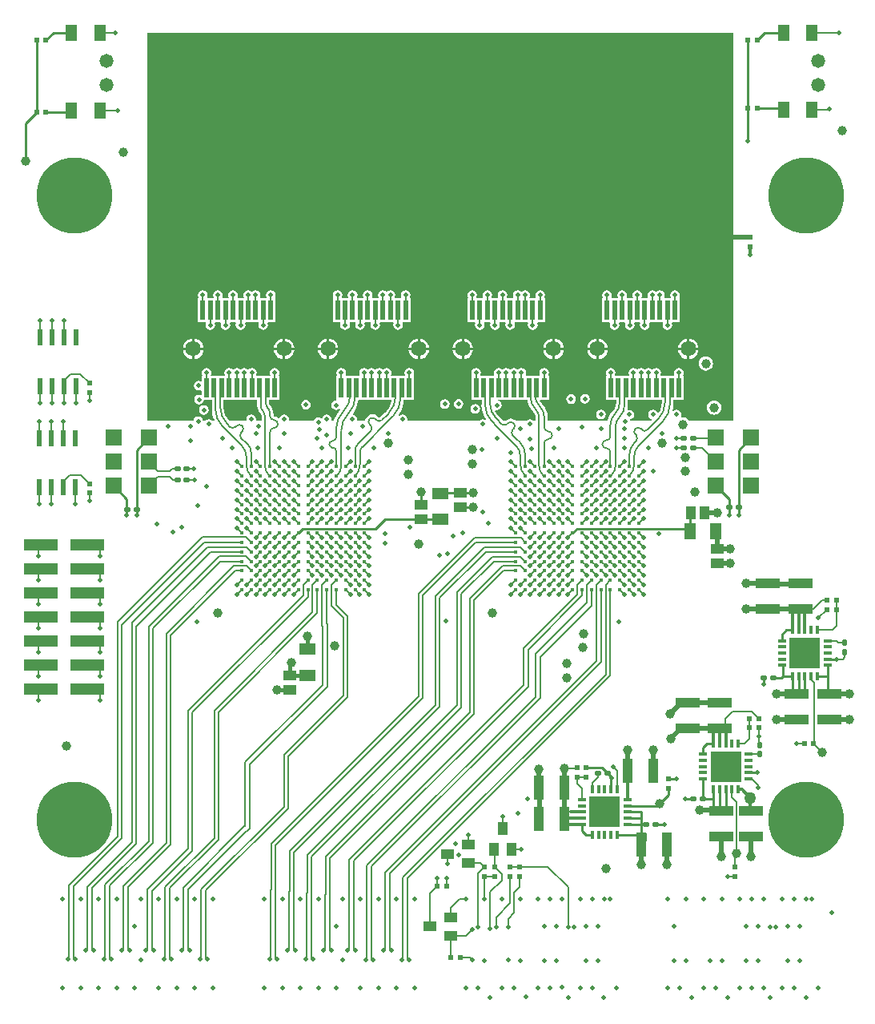
<source format=gtl>
%FSLAX25Y25*%
%MOIN*%
G70*
G01*
G75*
G04 Layer_Physical_Order=1*
G04 Layer_Color=255*
%ADD10C,0.00800*%
%ADD11R,0.10236X0.04331*%
%ADD12R,0.04331X0.10236*%
%ADD13R,0.06693X0.04528*%
%ADD14R,0.07087X0.07087*%
G04:AMPARAMS|DCode=15|XSize=19.69mil|YSize=23.62mil|CornerRadius=4.92mil|HoleSize=0mil|Usage=FLASHONLY|Rotation=90.000|XOffset=0mil|YOffset=0mil|HoleType=Round|Shape=RoundedRectangle|*
%AMROUNDEDRECTD15*
21,1,0.01969,0.01378,0,0,90.0*
21,1,0.00984,0.02362,0,0,90.0*
1,1,0.00984,0.00689,0.00492*
1,1,0.00984,0.00689,-0.00492*
1,1,0.00984,-0.00689,-0.00492*
1,1,0.00984,-0.00689,0.00492*
%
%ADD15ROUNDEDRECTD15*%
%ADD16R,0.04528X0.06693*%
%ADD17C,0.03937*%
%ADD18R,0.02362X0.02362*%
%ADD19C,0.01772*%
%ADD20R,0.47441X0.07874*%
%ADD21R,0.02362X0.02362*%
%ADD22R,0.02362X0.07087*%
G04:AMPARAMS|DCode=23|XSize=19.69mil|YSize=23.62mil|CornerRadius=4.92mil|HoleSize=0mil|Usage=FLASHONLY|Rotation=180.000|XOffset=0mil|YOffset=0mil|HoleType=Round|Shape=RoundedRectangle|*
%AMROUNDEDRECTD23*
21,1,0.01969,0.01378,0,0,180.0*
21,1,0.00984,0.02362,0,0,180.0*
1,1,0.00984,-0.00492,0.00689*
1,1,0.00984,0.00492,0.00689*
1,1,0.00984,0.00492,-0.00689*
1,1,0.00984,-0.00492,-0.00689*
%
%ADD23ROUNDEDRECTD23*%
%ADD24R,0.03740X0.01378*%
%ADD25R,0.01378X0.03740*%
%ADD26R,0.12992X0.12992*%
%ADD27R,0.04528X0.07087*%
%ADD28R,0.01969X0.07874*%
%ADD29R,0.14488X0.05000*%
%ADD30R,0.05512X0.03937*%
%ADD31R,0.03937X0.05512*%
%ADD32R,0.12992X0.12992*%
%ADD33R,0.05512X0.04331*%
%ADD34R,0.04331X0.05512*%
%ADD35C,0.00500*%
%ADD36C,0.01000*%
%ADD37C,0.01969*%
%ADD38C,0.01500*%
%ADD39C,0.01200*%
%ADD40C,0.00600*%
%ADD41C,0.02000*%
%ADD42C,0.03740*%
%ADD43R,0.07874X0.07874*%
%ADD44C,0.31496*%
%ADD45C,0.06496*%
%ADD46C,0.05800*%
%ADD47C,0.01940*%
%ADD48C,0.05000*%
%ADD49C,0.02598*%
G36*
X269373Y261111D02*
X269385Y261048D01*
X269226Y259435D01*
X268737Y257824D01*
X268185Y256790D01*
X267604Y256674D01*
X267168Y257326D01*
X266517Y257761D01*
X265748Y257914D01*
X264979Y257761D01*
X264328Y257326D01*
X263892Y256674D01*
X263739Y255906D01*
X263892Y255137D01*
X264328Y254485D01*
X264979Y254050D01*
X265195Y254007D01*
X265286Y253709D01*
X264988Y253307D01*
X256308D01*
X256186Y253918D01*
X256202Y253956D01*
X256674Y254050D01*
X257326Y254485D01*
X257761Y255137D01*
X257914Y255906D01*
X257761Y256674D01*
X257326Y257326D01*
X256674Y257761D01*
X255906Y257914D01*
X255501Y257834D01*
X255165Y258204D01*
X255182Y258260D01*
X255340Y259861D01*
X255327D01*
Y262150D01*
X269373D01*
Y261111D01*
D02*
G37*
G36*
X156755Y262073D02*
X156996Y261748D01*
X156535Y260227D01*
X155763Y258784D01*
X154763Y257565D01*
X154713Y257532D01*
X154713Y257532D01*
X154713Y257532D01*
X154041Y256859D01*
X154041Y256859D01*
X151950Y254769D01*
X151450D01*
X151099Y255120D01*
X151085Y255130D01*
X150461Y255608D01*
X149719Y255916D01*
X148923Y256020D01*
X148126Y255916D01*
X147385Y255608D01*
X146761Y255130D01*
X146747Y255120D01*
X146737Y255106D01*
X146258Y254482D01*
X145951Y253740D01*
X145894Y253307D01*
X142829D01*
X142511Y253694D01*
X142560Y253937D01*
X142407Y254706D01*
X141972Y255357D01*
X141320Y255793D01*
X140551Y255946D01*
X140491Y256049D01*
X141099Y256761D01*
X141972Y258186D01*
X142612Y259730D01*
X143002Y261355D01*
X143064Y262150D01*
X156686D01*
X156755Y262073D01*
D02*
G37*
G36*
X213429Y261668D02*
X213938Y259988D01*
X214766Y258440D01*
X215880Y257083D01*
Y257083D01*
D01*
Y257083D01*
X216461Y256363D01*
X216816Y255506D01*
X216934Y254609D01*
X216930Y254586D01*
Y253307D01*
X216042D01*
X215987Y253389D01*
X215336Y253824D01*
X214567Y253977D01*
X213798Y253824D01*
X213147Y253389D01*
X213092Y253307D01*
X208773D01*
X208754Y253332D01*
X208745Y253346D01*
X208730Y253356D01*
X208107Y253835D01*
X207365Y254142D01*
X206568Y254247D01*
X205772Y254142D01*
X205030Y253835D01*
X204406Y253356D01*
X204392Y253346D01*
X204392Y253346D01*
X204392Y253346D01*
X204353Y253307D01*
X203385D01*
X201738Y254954D01*
X201685Y254990D01*
X200657Y256242D01*
X199965Y257537D01*
X200177Y257823D01*
X200441Y257903D01*
X200787Y257834D01*
X201556Y257987D01*
X202208Y258422D01*
X202643Y259074D01*
X202796Y259842D01*
X202643Y260611D01*
X202208Y261263D01*
X201556Y261698D01*
X200787Y261851D01*
X201086Y262150D01*
X213382D01*
X213429Y261668D01*
D02*
G37*
G36*
X299213Y253307D02*
X280810D01*
X280403Y253838D01*
X279783Y254313D01*
X279061Y254613D01*
X278286Y254715D01*
X277657Y254632D01*
X277392Y255056D01*
X277446Y255137D01*
X277599Y255906D01*
X277446Y256674D01*
X277011Y257326D01*
X276359Y257761D01*
X275590Y257914D01*
X274822Y257761D01*
X274337Y257437D01*
X273926Y257723D01*
X274095Y258423D01*
X274235Y260211D01*
X274227D01*
Y262150D01*
X278507D01*
Y272024D01*
X278507Y272024D01*
X278507D01*
X278303Y272406D01*
X278379Y272519D01*
X278532Y273287D01*
X278379Y274056D01*
X277943Y274708D01*
X277292Y275143D01*
X276523Y275296D01*
X275755Y275143D01*
X275103Y274708D01*
X274668Y274056D01*
X274515Y273287D01*
X274668Y272519D01*
X274704Y272465D01*
X274468Y272024D01*
X269130D01*
X268894Y272465D01*
X268930Y272519D01*
X269083Y273287D01*
X268930Y274056D01*
X268495Y274708D01*
X267843Y275143D01*
X267074Y275296D01*
X266306Y275143D01*
X265654Y274708D01*
X265345D01*
X264693Y275143D01*
X263925Y275296D01*
X263156Y275143D01*
X262505Y274708D01*
X262195D01*
X261544Y275143D01*
X260775Y275296D01*
X260006Y275143D01*
X259355Y274708D01*
X259046D01*
X258394Y275143D01*
X257626Y275296D01*
X256857Y275143D01*
X256205Y274708D01*
X255770Y274056D01*
X255617Y273287D01*
X255770Y272519D01*
X255806Y272465D01*
X255570Y272024D01*
X250232D01*
X249996Y272465D01*
X250032Y272519D01*
X250185Y273287D01*
X250032Y274056D01*
X249597Y274708D01*
X248945Y275143D01*
X248177Y275296D01*
X247408Y275143D01*
X246757Y274708D01*
X246321Y274056D01*
X246168Y273287D01*
X246321Y272519D01*
X246397Y272406D01*
X246193Y272024D01*
X246193D01*
X246193Y272024D01*
Y262150D01*
X250473D01*
Y261039D01*
X250487Y260967D01*
X250312Y259635D01*
X249770Y258327D01*
X248952Y257261D01*
X248891Y257220D01*
X248883Y257228D01*
X247911Y256043D01*
X247189Y254692D01*
X246769Y253307D01*
X221900D01*
Y254741D01*
X221912D01*
X221755Y256336D01*
X221290Y257869D01*
X220534Y259282D01*
X219518Y260521D01*
X219509Y260513D01*
X219463Y260543D01*
X218744Y261481D01*
X218639Y261734D01*
X218917Y262150D01*
X222405D01*
Y272024D01*
X222405Y272024D01*
X222405D01*
X222201Y272406D01*
X222277Y272519D01*
X222429Y273287D01*
X222277Y274056D01*
X221841Y274708D01*
X221189Y275143D01*
X220421Y275296D01*
X219652Y275143D01*
X219001Y274708D01*
X218565Y274056D01*
X218412Y273287D01*
X218565Y272519D01*
X218601Y272465D01*
X218366Y272024D01*
X213027D01*
X212792Y272465D01*
X212828Y272519D01*
X212981Y273287D01*
X212828Y274056D01*
X212392Y274708D01*
X211741Y275143D01*
X210972Y275296D01*
X210203Y275143D01*
X209552Y274708D01*
X209243D01*
X208591Y275143D01*
X207822Y275296D01*
X207054Y275143D01*
X206402Y274708D01*
X206093D01*
X205441Y275143D01*
X204673Y275296D01*
X203904Y275143D01*
X203253Y274708D01*
X202943D01*
X202292Y275143D01*
X201523Y275296D01*
X200755Y275143D01*
X200103Y274708D01*
X199668Y274056D01*
X199515Y273287D01*
X199668Y272519D01*
X199704Y272465D01*
X199468Y272024D01*
X194130D01*
X193894Y272465D01*
X193930Y272519D01*
X194083Y273287D01*
X193930Y274056D01*
X193495Y274708D01*
X192843Y275143D01*
X192074Y275296D01*
X191306Y275143D01*
X190654Y274708D01*
X190219Y274056D01*
X190066Y273287D01*
X190219Y272519D01*
X190294Y272406D01*
X190090Y272024D01*
X190090D01*
X190090Y272024D01*
Y262150D01*
X194373D01*
Y260115D01*
X194365D01*
X194506Y258327D01*
X194924Y256582D01*
X195611Y254924D01*
X196115Y254101D01*
X195755Y253754D01*
X195650Y253824D01*
X194882Y253977D01*
X194113Y253824D01*
X193462Y253389D01*
X193407Y253307D01*
X163695D01*
X163377Y253694D01*
X163426Y253937D01*
X163273Y254706D01*
X162838Y255357D01*
X162186Y255793D01*
X161417Y255946D01*
X160649Y255793D01*
X160252Y255527D01*
X159891Y255874D01*
X160808Y257369D01*
X161494Y259027D01*
X161913Y260772D01*
X162022Y262150D01*
X166303D01*
Y272024D01*
X166303Y272024D01*
X166303D01*
X166099Y272406D01*
X166174Y272519D01*
X166327Y273287D01*
X166174Y274056D01*
X165739Y274708D01*
X165087Y275143D01*
X164319Y275296D01*
X163550Y275143D01*
X162898Y274708D01*
X162463Y274056D01*
X162310Y273287D01*
X162463Y272519D01*
X162499Y272465D01*
X162263Y272024D01*
X156925D01*
X156689Y272465D01*
X156725Y272519D01*
X156878Y273287D01*
X156725Y274056D01*
X156290Y274708D01*
X155638Y275143D01*
X154870Y275296D01*
X154101Y275143D01*
X153449Y274708D01*
X153140D01*
X152489Y275143D01*
X151720Y275296D01*
X150951Y275143D01*
X150300Y274708D01*
X149991D01*
X149339Y275143D01*
X148571Y275296D01*
X147802Y275143D01*
X147150Y274708D01*
X146841D01*
X146189Y275143D01*
X145421Y275296D01*
X144652Y275143D01*
X144001Y274708D01*
X143565Y274056D01*
X143412Y273287D01*
X143565Y272519D01*
X143601Y272465D01*
X143366Y272024D01*
X138027D01*
X137792Y272465D01*
X137828Y272519D01*
X137981Y273287D01*
X137828Y274056D01*
X137392Y274708D01*
X136741Y275143D01*
X135972Y275296D01*
X135203Y275143D01*
X134552Y274708D01*
X134116Y274056D01*
X133963Y273287D01*
X134116Y272519D01*
X134192Y272406D01*
X133988Y272024D01*
X133988D01*
X133988Y272024D01*
Y262150D01*
X133988Y262150D01*
X133988D01*
X133939Y261905D01*
X133858Y261851D01*
D01*
X133090Y261698D01*
X132438Y261263D01*
X132003Y260611D01*
X131850Y259842D01*
X132003Y259074D01*
X132438Y258422D01*
X133090Y257987D01*
X133858Y257834D01*
X134627Y257987D01*
X135192Y258364D01*
X135524Y257991D01*
X134707Y257034D01*
X133726Y255433D01*
X133007Y253698D01*
X132913Y253307D01*
X132199D01*
X131881Y253694D01*
X131930Y253937D01*
X131777Y254706D01*
X131342Y255357D01*
X130690Y255793D01*
X129921Y255946D01*
X129153Y255793D01*
X128501Y255357D01*
X128066Y254706D01*
X128029Y254522D01*
X127567Y254331D01*
X127147Y254612D01*
X126378Y254765D01*
X125609Y254612D01*
X124958Y254176D01*
X124522Y253525D01*
X124479Y253307D01*
X114482D01*
X114165Y253694D01*
X114213Y253937D01*
X114060Y254706D01*
X113625Y255357D01*
X112973Y255793D01*
X112205Y255946D01*
X111436Y255793D01*
X110784Y255357D01*
X110349Y254706D01*
X110320Y254560D01*
X109852Y254384D01*
X109487Y254664D01*
X108745Y254972D01*
X107966Y255074D01*
X107949Y255077D01*
Y255083D01*
X107796Y255147D01*
X107733Y255300D01*
X107727D01*
Y256063D01*
X107727D01*
X107615Y257207D01*
X107281Y258308D01*
X106739Y259321D01*
X106010Y260210D01*
X106010Y260210D01*
X106010Y260210D01*
X105948Y260361D01*
X105929Y260407D01*
X105929D01*
D01*
D01*
X105929D01*
X105927Y260408D01*
Y262150D01*
X110200D01*
Y272024D01*
X110200Y272024D01*
X110200D01*
X109996Y272406D01*
X110072Y272519D01*
X110225Y273287D01*
X110072Y274056D01*
X109636Y274708D01*
X108985Y275143D01*
X108216Y275296D01*
X107448Y275143D01*
X106796Y274708D01*
X106360Y274056D01*
X106208Y273287D01*
X106360Y272519D01*
X106397Y272465D01*
X106161Y272024D01*
X100822D01*
X100587Y272465D01*
X100623Y272519D01*
X100776Y273287D01*
X100623Y274056D01*
X100188Y274708D01*
X99536Y275143D01*
X98767Y275296D01*
X97999Y275143D01*
X97347Y274708D01*
X97038D01*
X96386Y275143D01*
X95618Y275296D01*
X94849Y275143D01*
X94197Y274708D01*
X93888D01*
X93237Y275143D01*
X92468Y275296D01*
X91699Y275143D01*
X91048Y274708D01*
X90739D01*
X90087Y275143D01*
X89319Y275296D01*
X88550Y275143D01*
X87898Y274708D01*
X87463Y274056D01*
X87310Y273287D01*
X87463Y272519D01*
X87499Y272465D01*
X87263Y272024D01*
X81925D01*
X81689Y272465D01*
X81725Y272519D01*
X81878Y273287D01*
X81725Y274056D01*
X81290Y274708D01*
X80638Y275143D01*
X79870Y275296D01*
X79101Y275143D01*
X78449Y274708D01*
X78014Y274056D01*
X77861Y273287D01*
X78014Y272519D01*
X78090Y272406D01*
X77885Y272024D01*
X77885D01*
X77885Y272024D01*
Y269970D01*
X77444Y269735D01*
X77399Y269765D01*
X76630Y269918D01*
X75862Y269765D01*
X75210Y269330D01*
X74774Y268678D01*
X74622Y267909D01*
X74774Y267141D01*
X75210Y266489D01*
X75862Y266054D01*
X76630Y265901D01*
X77399Y266054D01*
X77444Y266084D01*
X77885Y265848D01*
Y264315D01*
X77499Y263998D01*
X76772Y264143D01*
X76003Y263990D01*
X75351Y263554D01*
X74916Y262903D01*
X74763Y262134D01*
X74916Y261365D01*
X75351Y260714D01*
X76003Y260278D01*
X76772Y260125D01*
X77540Y260278D01*
X78192Y260714D01*
X78627Y261365D01*
X78780Y262134D01*
X78793Y262150D01*
X82173D01*
Y257960D01*
X82166D01*
X82301Y256240D01*
X82704Y254563D01*
X83052Y253723D01*
X82774Y253307D01*
X82183D01*
X82129Y253389D01*
X81477Y253824D01*
X80709Y253977D01*
X79940Y253824D01*
X79288Y253389D01*
X79234Y253307D01*
X78355D01*
X78234Y253918D01*
X77798Y254570D01*
X77147Y255005D01*
X76378Y255158D01*
X75609Y255005D01*
X74958Y254570D01*
X74522Y253918D01*
X74401Y253307D01*
X55118D01*
Y414724D01*
X299213D01*
Y253307D01*
D02*
G37*
G36*
X100973Y259814D02*
X100959D01*
X101124Y258558D01*
X101609Y257386D01*
X102381Y256381D01*
X102381Y256381D01*
X102436Y256325D01*
X102663Y255986D01*
X102757Y255511D01*
X102756Y255508D01*
Y253307D01*
X100703D01*
X100385Y253694D01*
X100434Y253937D01*
X100281Y254706D01*
X99845Y255357D01*
X99194Y255793D01*
X98425Y255946D01*
X97657Y255793D01*
X97005Y255357D01*
X96570Y254706D01*
X96417Y253937D01*
X96465Y253694D01*
X96148Y253307D01*
X89246D01*
X88456Y254269D01*
X87663Y255754D01*
X87174Y257366D01*
X87015Y258979D01*
X87027Y259042D01*
Y262150D01*
X100973D01*
Y259814D01*
D02*
G37*
%LPC*%
G36*
X116372Y282728D02*
X112653D01*
Y279010D01*
X113262Y279090D01*
X114295Y279518D01*
X115183Y280199D01*
X115864Y281086D01*
X116292Y282119D01*
X116372Y282728D01*
D02*
G37*
G36*
X129960D02*
X126241D01*
X126321Y282119D01*
X126750Y281086D01*
X127430Y280199D01*
X128318Y279518D01*
X129351Y279090D01*
X129960Y279010D01*
Y282728D01*
D02*
G37*
G36*
X111653D02*
X107934D01*
X108015Y282119D01*
X108442Y281086D01*
X109123Y280199D01*
X110011Y279518D01*
X111044Y279090D01*
X111653Y279010D01*
Y282728D01*
D02*
G37*
G36*
X73858D02*
X70139D01*
X70219Y282119D01*
X70647Y281086D01*
X71328Y280199D01*
X72215Y279518D01*
X73249Y279090D01*
X73858Y279010D01*
Y282728D01*
D02*
G37*
G36*
X78577D02*
X74858D01*
Y279010D01*
X75467Y279090D01*
X76500Y279518D01*
X77388Y280199D01*
X78069Y281086D01*
X78497Y282119D01*
X78577Y282728D01*
D02*
G37*
G36*
X190781D02*
X187063D01*
Y279010D01*
X187672Y279090D01*
X188705Y279518D01*
X189592Y280199D01*
X190273Y281086D01*
X190701Y282119D01*
X190781Y282728D01*
D02*
G37*
G36*
X167755D02*
X164037D01*
X164117Y282119D01*
X164545Y281086D01*
X165226Y280199D01*
X166113Y279518D01*
X167147Y279090D01*
X167755Y279010D01*
Y282728D01*
D02*
G37*
G36*
X172474D02*
X168755D01*
Y279010D01*
X169365Y279090D01*
X170398Y279518D01*
X171285Y280199D01*
X171966Y281086D01*
X172394Y282119D01*
X172474Y282728D01*
D02*
G37*
G36*
X134679D02*
X130960D01*
Y279010D01*
X131569Y279090D01*
X132603Y279518D01*
X133490Y280199D01*
X134171Y281086D01*
X134599Y282119D01*
X134679Y282728D01*
D02*
G37*
G36*
X186063D02*
X182344D01*
X182424Y282119D01*
X182852Y281086D01*
X183533Y280199D01*
X184420Y279518D01*
X185454Y279090D01*
X186063Y279010D01*
Y282728D01*
D02*
G37*
G36*
X191732Y260276D02*
X190964Y260123D01*
X190312Y259688D01*
X189877Y259036D01*
X189724Y258268D01*
X189877Y257499D01*
X190312Y256847D01*
X190964Y256412D01*
X191732Y256259D01*
X192501Y256412D01*
X193153Y256847D01*
X193588Y257499D01*
X193741Y258268D01*
X193588Y259036D01*
X193153Y259688D01*
X192501Y260123D01*
X191732Y260276D01*
D02*
G37*
G36*
X121260Y262048D02*
X120491Y261895D01*
X119840Y261460D01*
X119404Y260808D01*
X119251Y260039D01*
X119404Y259271D01*
X119840Y258619D01*
X120491Y258184D01*
X121260Y258031D01*
X122028Y258184D01*
X122680Y258619D01*
X123116Y259271D01*
X123268Y260039D01*
X123116Y260808D01*
X122680Y261460D01*
X122028Y261895D01*
X121260Y262048D01*
D02*
G37*
G36*
X78740Y259883D02*
X77972Y259730D01*
X77320Y259294D01*
X76885Y258643D01*
X76732Y257874D01*
X76885Y257105D01*
X77320Y256454D01*
X77972Y256018D01*
X78740Y255865D01*
X79509Y256018D01*
X80160Y256454D01*
X80596Y257105D01*
X80749Y257874D01*
X80596Y258643D01*
X80160Y259294D01*
X79509Y259730D01*
X78740Y259883D01*
D02*
G37*
G36*
X244094Y257914D02*
X243326Y257761D01*
X242674Y257326D01*
X242239Y256674D01*
X242086Y255906D01*
X242239Y255137D01*
X242674Y254485D01*
X243326Y254050D01*
X244094Y253897D01*
X244863Y254050D01*
X245515Y254485D01*
X245950Y255137D01*
X246103Y255906D01*
X245950Y256674D01*
X245515Y257326D01*
X244863Y257761D01*
X244094Y257914D01*
D02*
G37*
G36*
X291253Y261776D02*
X290478Y261674D01*
X289756Y261375D01*
X289136Y260899D01*
X288660Y260279D01*
X288361Y259557D01*
X288259Y258782D01*
X288361Y258007D01*
X288660Y257285D01*
X289136Y256665D01*
X289756Y256189D01*
X290478Y255890D01*
X291253Y255788D01*
X292028Y255890D01*
X292750Y256189D01*
X293370Y256665D01*
X293846Y257285D01*
X294145Y258007D01*
X294247Y258782D01*
X294145Y259557D01*
X293846Y260279D01*
X293370Y260899D01*
X292750Y261375D01*
X292028Y261674D01*
X291253Y261776D01*
D02*
G37*
G36*
X237468Y264512D02*
X236700Y264359D01*
X236048Y263924D01*
X235613Y263272D01*
X235460Y262504D01*
X235613Y261735D01*
X236048Y261083D01*
X236700Y260648D01*
X237468Y260495D01*
X238237Y260648D01*
X238889Y261083D01*
X239324Y261735D01*
X239477Y262504D01*
X239324Y263272D01*
X238889Y263924D01*
X238237Y264359D01*
X237468Y264512D01*
D02*
G37*
G36*
X287795Y280159D02*
X287020Y280058D01*
X286298Y279758D01*
X285678Y279282D01*
X285202Y278662D01*
X284903Y277940D01*
X284801Y277165D01*
X284903Y276390D01*
X285202Y275668D01*
X285678Y275048D01*
X286298Y274572D01*
X287020Y274273D01*
X287795Y274171D01*
X288570Y274273D01*
X289292Y274572D01*
X289912Y275048D01*
X290388Y275668D01*
X290687Y276390D01*
X290789Y277165D01*
X290687Y277940D01*
X290388Y278662D01*
X289912Y279282D01*
X289292Y279758D01*
X288570Y280058D01*
X287795Y280159D01*
D02*
G37*
G36*
X231693Y264371D02*
X230924Y264218D01*
X230273Y263783D01*
X229837Y263131D01*
X229684Y262362D01*
X229837Y261594D01*
X230273Y260942D01*
X230924Y260507D01*
X231693Y260354D01*
X232462Y260507D01*
X233113Y260942D01*
X233549Y261594D01*
X233702Y262362D01*
X233549Y263131D01*
X233113Y263783D01*
X232462Y264218D01*
X231693Y264371D01*
D02*
G37*
G36*
X179067Y262261D02*
X178298Y262108D01*
X177647Y261673D01*
X177211Y261021D01*
X177059Y260252D01*
X177211Y259484D01*
X177647Y258832D01*
X178298Y258397D01*
X179067Y258244D01*
X179836Y258397D01*
X180488Y258832D01*
X180923Y259484D01*
X181076Y260252D01*
X180923Y261021D01*
X180488Y261673D01*
X179836Y262108D01*
X179067Y262261D01*
D02*
G37*
G36*
X184842Y262402D02*
X184074Y262249D01*
X183422Y261814D01*
X182987Y261162D01*
X182834Y260394D01*
X182987Y259625D01*
X183422Y258973D01*
X184074Y258538D01*
X184842Y258385D01*
X185611Y258538D01*
X186263Y258973D01*
X186698Y259625D01*
X186851Y260394D01*
X186698Y261162D01*
X186263Y261814D01*
X185611Y262249D01*
X184842Y262402D01*
D02*
G37*
G36*
X223858Y282728D02*
X220139D01*
X220219Y282119D01*
X220647Y281086D01*
X221328Y280199D01*
X222216Y279518D01*
X223249Y279090D01*
X223858Y279010D01*
Y282728D01*
D02*
G37*
G36*
X224858Y287447D02*
Y283728D01*
X228577D01*
X228497Y284337D01*
X228068Y285371D01*
X227388Y286258D01*
X226500Y286939D01*
X225467Y287367D01*
X224858Y287447D01*
D02*
G37*
G36*
X242165D02*
X241556Y287367D01*
X240523Y286939D01*
X239635Y286258D01*
X238954Y285371D01*
X238526Y284337D01*
X238446Y283728D01*
X242165D01*
Y287447D01*
D02*
G37*
G36*
X243165D02*
Y283728D01*
X246884D01*
X246804Y284337D01*
X246376Y285371D01*
X245695Y286258D01*
X244807Y286939D01*
X243774Y287367D01*
X243165Y287447D01*
D02*
G37*
G36*
X186063D02*
X185454Y287367D01*
X184420Y286939D01*
X183533Y286258D01*
X182852Y285371D01*
X182424Y284337D01*
X182344Y283728D01*
X186063D01*
Y287447D01*
D02*
G37*
G36*
X187063D02*
Y283728D01*
X190781D01*
X190701Y284337D01*
X190273Y285371D01*
X189592Y286258D01*
X188705Y286939D01*
X187672Y287367D01*
X187063Y287447D01*
D02*
G37*
G36*
X223858D02*
X223249Y287367D01*
X222216Y286939D01*
X221328Y286258D01*
X220647Y285371D01*
X220219Y284337D01*
X220139Y283728D01*
X223858D01*
Y287447D01*
D02*
G37*
G36*
X156445Y307579D02*
X155676Y307427D01*
X155024Y306991D01*
X154715D01*
X154063Y307427D01*
X153295Y307579D01*
X152526Y307427D01*
X151875Y306991D01*
X151439Y306340D01*
X151286Y305571D01*
X151439Y304802D01*
X151475Y304748D01*
X151240Y304307D01*
X149051D01*
X148815Y304748D01*
X148851Y304802D01*
X149004Y305571D01*
X148851Y306340D01*
X148416Y306991D01*
X147764Y307427D01*
X146996Y307579D01*
X146227Y307427D01*
X145575Y306991D01*
X145140Y306340D01*
X144987Y305571D01*
X145140Y304802D01*
X145176Y304748D01*
X144940Y304307D01*
X142752D01*
X142516Y304748D01*
X142552Y304802D01*
X142705Y305571D01*
X142552Y306340D01*
X142117Y306991D01*
X141465Y307427D01*
X140697Y307579D01*
X139928Y307427D01*
X139276Y306991D01*
X138841Y306340D01*
X138688Y305571D01*
X138841Y304802D01*
X138877Y304748D01*
X138641Y304307D01*
X136452D01*
X136217Y304748D01*
X136253Y304802D01*
X136406Y305571D01*
X136253Y306340D01*
X135818Y306991D01*
X135166Y307427D01*
X134397Y307579D01*
X133629Y307427D01*
X132977Y306991D01*
X132542Y306340D01*
X132389Y305571D01*
X132542Y304802D01*
X132617Y304689D01*
X132413Y304307D01*
X132413D01*
X132413Y304307D01*
Y294433D01*
X135492D01*
X135727Y293992D01*
X135691Y293938D01*
X135538Y293169D01*
X135691Y292401D01*
X136127Y291749D01*
X136778Y291314D01*
X137547Y291161D01*
X138315Y291314D01*
X138967Y291749D01*
X139402Y292401D01*
X139555Y293169D01*
X139402Y293938D01*
X139366Y293992D01*
X139602Y294433D01*
X141791D01*
X142026Y293992D01*
X141990Y293938D01*
X141838Y293169D01*
X141990Y292401D01*
X142426Y291749D01*
X143077Y291314D01*
X143846Y291161D01*
X144615Y291314D01*
X145266Y291749D01*
X145702Y292401D01*
X145855Y293169D01*
X145702Y293938D01*
X145666Y293992D01*
X145901Y294433D01*
X148090D01*
X148326Y293992D01*
X148290Y293938D01*
X148137Y293169D01*
X148290Y292401D01*
X148725Y291749D01*
X149377Y291314D01*
X150145Y291161D01*
X150914Y291314D01*
X151566Y291749D01*
X152001Y292401D01*
X152154Y293169D01*
X152001Y293938D01*
X151965Y293992D01*
X152200Y294433D01*
X157539D01*
X157775Y293992D01*
X157738Y293938D01*
X157586Y293169D01*
X157738Y292401D01*
X158174Y291749D01*
X158825Y291314D01*
X159594Y291161D01*
X160363Y291314D01*
X161014Y291749D01*
X161450Y292401D01*
X161603Y293169D01*
X161450Y293938D01*
X161414Y293992D01*
X161649Y294433D01*
X164728D01*
Y304307D01*
X164728Y304307D01*
X164728D01*
X164524Y304689D01*
X164599Y304802D01*
X164752Y305571D01*
X164599Y306340D01*
X164164Y306991D01*
X163512Y307427D01*
X162744Y307579D01*
X161975Y307427D01*
X161323Y306991D01*
X160888Y306340D01*
X160735Y305571D01*
X160888Y304802D01*
X160924Y304748D01*
X160688Y304307D01*
X158500D01*
X158264Y304748D01*
X158300Y304802D01*
X158453Y305571D01*
X158300Y306340D01*
X157865Y306991D01*
X157213Y307427D01*
X156445Y307579D01*
D02*
G37*
G36*
X212547D02*
X211778Y307427D01*
X211127Y306991D01*
X210818D01*
X210166Y307427D01*
X209397Y307579D01*
X208629Y307427D01*
X207977Y306991D01*
X207541Y306340D01*
X207389Y305571D01*
X207541Y304802D01*
X207578Y304748D01*
X207342Y304307D01*
X205153D01*
X204918Y304748D01*
X204954Y304802D01*
X205107Y305571D01*
X204954Y306340D01*
X204518Y306991D01*
X203867Y307427D01*
X203098Y307579D01*
X202329Y307427D01*
X201678Y306991D01*
X201242Y306340D01*
X201089Y305571D01*
X201242Y304802D01*
X201278Y304748D01*
X201043Y304307D01*
X198854D01*
X198618Y304748D01*
X198654Y304802D01*
X198807Y305571D01*
X198654Y306340D01*
X198219Y306991D01*
X197567Y307427D01*
X196799Y307579D01*
X196030Y307427D01*
X195378Y306991D01*
X194943Y306340D01*
X194790Y305571D01*
X194943Y304802D01*
X194979Y304748D01*
X194744Y304307D01*
X192555D01*
X192319Y304748D01*
X192355Y304802D01*
X192508Y305571D01*
X192355Y306340D01*
X191920Y306991D01*
X191268Y307427D01*
X190500Y307579D01*
X189731Y307427D01*
X189079Y306991D01*
X188644Y306340D01*
X188491Y305571D01*
X188644Y304802D01*
X188719Y304689D01*
X188515Y304307D01*
X188515D01*
X188515Y304307D01*
Y294433D01*
X191594D01*
X191830Y293992D01*
X191794Y293938D01*
X191641Y293169D01*
X191794Y292401D01*
X192229Y291749D01*
X192881Y291314D01*
X193649Y291161D01*
X194418Y291314D01*
X195070Y291749D01*
X195505Y292401D01*
X195658Y293169D01*
X195505Y293938D01*
X195469Y293992D01*
X195704Y294433D01*
X197893D01*
X198129Y293992D01*
X198093Y293938D01*
X197940Y293169D01*
X198093Y292401D01*
X198528Y291749D01*
X199180Y291314D01*
X199948Y291161D01*
X200717Y291314D01*
X201369Y291749D01*
X201804Y292401D01*
X201957Y293169D01*
X201804Y293938D01*
X201768Y293992D01*
X202004Y294433D01*
X204192D01*
X204428Y293992D01*
X204392Y293938D01*
X204239Y293169D01*
X204392Y292401D01*
X204827Y291749D01*
X205479Y291314D01*
X206248Y291161D01*
X207016Y291314D01*
X207668Y291749D01*
X208103Y292401D01*
X208256Y293169D01*
X208103Y293938D01*
X208067Y293992D01*
X208303Y294433D01*
X213641D01*
X213877Y293992D01*
X213841Y293938D01*
X213688Y293169D01*
X213841Y292401D01*
X214276Y291749D01*
X214928Y291314D01*
X215697Y291161D01*
X216465Y291314D01*
X217117Y291749D01*
X217552Y292401D01*
X217705Y293169D01*
X217552Y293938D01*
X217516Y293992D01*
X217752Y294433D01*
X220830D01*
Y304307D01*
X220830Y304307D01*
X220830D01*
X220626Y304689D01*
X220702Y304802D01*
X220855Y305571D01*
X220702Y306340D01*
X220266Y306991D01*
X219615Y307427D01*
X218846Y307579D01*
X218077Y307427D01*
X217426Y306991D01*
X216990Y306340D01*
X216838Y305571D01*
X216990Y304802D01*
X217026Y304748D01*
X216791Y304307D01*
X214602D01*
X214366Y304748D01*
X214403Y304802D01*
X214555Y305571D01*
X214403Y306340D01*
X213967Y306991D01*
X213316Y307427D01*
X212547Y307579D01*
D02*
G37*
G36*
X268649D02*
X267881Y307427D01*
X267229Y306991D01*
X266920D01*
X266268Y307427D01*
X265500Y307579D01*
X264731Y307427D01*
X264079Y306991D01*
X263644Y306340D01*
X263491Y305571D01*
X263644Y304802D01*
X263680Y304748D01*
X263444Y304307D01*
X261256D01*
X261020Y304748D01*
X261056Y304802D01*
X261209Y305571D01*
X261056Y306340D01*
X260621Y306991D01*
X259969Y307427D01*
X259200Y307579D01*
X258432Y307427D01*
X257780Y306991D01*
X257345Y306340D01*
X257192Y305571D01*
X257345Y304802D01*
X257381Y304748D01*
X257145Y304307D01*
X254956D01*
X254721Y304748D01*
X254757Y304802D01*
X254910Y305571D01*
X254757Y306340D01*
X254322Y306991D01*
X253670Y307427D01*
X252901Y307579D01*
X252133Y307427D01*
X251481Y306991D01*
X251045Y306340D01*
X250893Y305571D01*
X251045Y304802D01*
X251082Y304748D01*
X250846Y304307D01*
X248657D01*
X248422Y304748D01*
X248458Y304802D01*
X248611Y305571D01*
X248458Y306340D01*
X248022Y306991D01*
X247371Y307427D01*
X246602Y307579D01*
X245833Y307427D01*
X245182Y306991D01*
X244746Y306340D01*
X244593Y305571D01*
X244746Y304802D01*
X244822Y304689D01*
X244618Y304307D01*
X244618D01*
X244618Y304307D01*
Y294433D01*
X247696D01*
X247932Y293992D01*
X247896Y293938D01*
X247743Y293169D01*
X247896Y292401D01*
X248331Y291749D01*
X248983Y291314D01*
X249752Y291161D01*
X250520Y291314D01*
X251172Y291749D01*
X251607Y292401D01*
X251760Y293169D01*
X251607Y293938D01*
X251571Y293992D01*
X251807Y294433D01*
X253996D01*
X254231Y293992D01*
X254195Y293938D01*
X254042Y293169D01*
X254195Y292401D01*
X254630Y291749D01*
X255282Y291314D01*
X256051Y291161D01*
X256819Y291314D01*
X257471Y291749D01*
X257907Y292401D01*
X258059Y293169D01*
X257907Y293938D01*
X257870Y293992D01*
X258106Y294433D01*
X260295D01*
X260530Y293992D01*
X260494Y293938D01*
X260341Y293169D01*
X260494Y292401D01*
X260930Y291749D01*
X261581Y291314D01*
X262350Y291161D01*
X263119Y291314D01*
X263770Y291749D01*
X264206Y292401D01*
X264359Y293169D01*
X264206Y293938D01*
X264170Y293992D01*
X264405Y294433D01*
X269744D01*
X269979Y293992D01*
X269943Y293938D01*
X269790Y293169D01*
X269943Y292401D01*
X270378Y291749D01*
X271030Y291314D01*
X271799Y291161D01*
X272568Y291314D01*
X273219Y291749D01*
X273655Y292401D01*
X273807Y293169D01*
X273655Y293938D01*
X273618Y293992D01*
X273854Y294433D01*
X276933D01*
Y304307D01*
X276933Y304307D01*
X276933D01*
X276729Y304689D01*
X276804Y304802D01*
X276957Y305571D01*
X276804Y306340D01*
X276369Y306991D01*
X275717Y307427D01*
X274948Y307579D01*
X274180Y307427D01*
X273528Y306991D01*
X273093Y306340D01*
X272940Y305571D01*
X273093Y304802D01*
X273129Y304748D01*
X272893Y304307D01*
X270704D01*
X270469Y304748D01*
X270505Y304802D01*
X270658Y305571D01*
X270505Y306340D01*
X270070Y306991D01*
X269418Y307427D01*
X268649Y307579D01*
D02*
G37*
G36*
X279960Y287447D02*
X279351Y287367D01*
X278318Y286939D01*
X277431Y286258D01*
X276750Y285371D01*
X276322Y284337D01*
X276241Y283728D01*
X279960D01*
Y287447D01*
D02*
G37*
G36*
X280960D02*
Y283728D01*
X284679D01*
X284599Y284337D01*
X284171Y285371D01*
X283490Y286258D01*
X282603Y286939D01*
X281569Y287367D01*
X280960Y287447D01*
D02*
G37*
G36*
X100342Y307579D02*
X99573Y307427D01*
X98922Y306991D01*
X98613D01*
X97961Y307427D01*
X97193Y307579D01*
X96424Y307427D01*
X95772Y306991D01*
X95337Y306340D01*
X95184Y305571D01*
X95337Y304802D01*
X95373Y304748D01*
X95137Y304307D01*
X92949D01*
X92713Y304748D01*
X92749Y304802D01*
X92902Y305571D01*
X92749Y306340D01*
X92314Y306991D01*
X91662Y307427D01*
X90893Y307579D01*
X90125Y307427D01*
X89473Y306991D01*
X89038Y306340D01*
X88885Y305571D01*
X89038Y304802D01*
X89074Y304748D01*
X88838Y304307D01*
X86649D01*
X86414Y304748D01*
X86450Y304802D01*
X86603Y305571D01*
X86450Y306340D01*
X86014Y306991D01*
X85363Y307427D01*
X84594Y307579D01*
X83825Y307427D01*
X83174Y306991D01*
X82738Y306340D01*
X82586Y305571D01*
X82738Y304802D01*
X82775Y304748D01*
X82539Y304307D01*
X80350D01*
X80114Y304748D01*
X80151Y304802D01*
X80304Y305571D01*
X80151Y306340D01*
X79715Y306991D01*
X79063Y307427D01*
X78295Y307579D01*
X77526Y307427D01*
X76875Y306991D01*
X76439Y306340D01*
X76286Y305571D01*
X76439Y304802D01*
X76515Y304689D01*
X76311Y304307D01*
X76311D01*
X76311Y304307D01*
Y294433D01*
X79389D01*
X79625Y293992D01*
X79589Y293938D01*
X79436Y293169D01*
X79589Y292401D01*
X80024Y291749D01*
X80676Y291314D01*
X81445Y291161D01*
X82213Y291314D01*
X82865Y291749D01*
X83300Y292401D01*
X83453Y293169D01*
X83300Y293938D01*
X83264Y293992D01*
X83500Y294433D01*
X85689D01*
X85924Y293992D01*
X85888Y293938D01*
X85735Y293169D01*
X85888Y292401D01*
X86323Y291749D01*
X86975Y291314D01*
X87744Y291161D01*
X88512Y291314D01*
X89164Y291749D01*
X89599Y292401D01*
X89752Y293169D01*
X89599Y293938D01*
X89563Y293992D01*
X89799Y294433D01*
X91988D01*
X92223Y293992D01*
X92187Y293938D01*
X92034Y293169D01*
X92187Y292401D01*
X92623Y291749D01*
X93274Y291314D01*
X94043Y291161D01*
X94812Y291314D01*
X95463Y291749D01*
X95899Y292401D01*
X96052Y293169D01*
X95899Y293938D01*
X95862Y293992D01*
X96098Y294433D01*
X101436D01*
X101672Y293992D01*
X101636Y293938D01*
X101483Y293169D01*
X101636Y292401D01*
X102071Y291749D01*
X102723Y291314D01*
X103492Y291161D01*
X104260Y291314D01*
X104912Y291749D01*
X105347Y292401D01*
X105500Y293169D01*
X105347Y293938D01*
X105311Y293992D01*
X105547Y294433D01*
X108626D01*
Y304307D01*
X108626Y304307D01*
X108626D01*
X108421Y304689D01*
X108497Y304802D01*
X108650Y305571D01*
X108497Y306340D01*
X108062Y306991D01*
X107410Y307427D01*
X106641Y307579D01*
X105873Y307427D01*
X105221Y306991D01*
X104786Y306340D01*
X104633Y305571D01*
X104786Y304802D01*
X104822Y304748D01*
X104586Y304307D01*
X102397D01*
X102162Y304748D01*
X102198Y304802D01*
X102351Y305571D01*
X102198Y306340D01*
X101762Y306991D01*
X101111Y307427D01*
X100342Y307579D01*
D02*
G37*
G36*
X168755Y287447D02*
Y283728D01*
X172474D01*
X172394Y284337D01*
X171966Y285371D01*
X171285Y286258D01*
X170398Y286939D01*
X169365Y287367D01*
X168755Y287447D01*
D02*
G37*
G36*
X279960Y282728D02*
X276241D01*
X276322Y282119D01*
X276750Y281086D01*
X277431Y280199D01*
X278318Y279518D01*
X279351Y279090D01*
X279960Y279010D01*
Y282728D01*
D02*
G37*
G36*
X284679D02*
X280960D01*
Y279010D01*
X281569Y279090D01*
X282603Y279518D01*
X283490Y280199D01*
X284171Y281086D01*
X284599Y282119D01*
X284679Y282728D01*
D02*
G37*
G36*
X73858Y287447D02*
X73249Y287367D01*
X72215Y286939D01*
X71328Y286258D01*
X70647Y285371D01*
X70219Y284337D01*
X70139Y283728D01*
X73858D01*
Y287447D01*
D02*
G37*
G36*
X228577Y282728D02*
X224858D01*
Y279010D01*
X225467Y279090D01*
X226500Y279518D01*
X227388Y280199D01*
X228068Y281086D01*
X228497Y282119D01*
X228577Y282728D01*
D02*
G37*
G36*
X242165D02*
X238446D01*
X238526Y282119D01*
X238954Y281086D01*
X239635Y280199D01*
X240523Y279518D01*
X241556Y279090D01*
X242165Y279010D01*
Y282728D01*
D02*
G37*
G36*
X246884D02*
X243165D01*
Y279010D01*
X243774Y279090D01*
X244807Y279518D01*
X245695Y280199D01*
X246376Y281086D01*
X246804Y282119D01*
X246884Y282728D01*
D02*
G37*
G36*
X129960Y287447D02*
X129351Y287367D01*
X128318Y286939D01*
X127430Y286258D01*
X126750Y285371D01*
X126321Y284337D01*
X126241Y283728D01*
X129960D01*
Y287447D01*
D02*
G37*
G36*
X130960D02*
Y283728D01*
X134679D01*
X134599Y284337D01*
X134171Y285371D01*
X133490Y286258D01*
X132603Y286939D01*
X131569Y287367D01*
X130960Y287447D01*
D02*
G37*
G36*
X167755D02*
X167147Y287367D01*
X166113Y286939D01*
X165226Y286258D01*
X164545Y285371D01*
X164117Y284337D01*
X164037Y283728D01*
X167755D01*
Y287447D01*
D02*
G37*
G36*
X74858D02*
Y283728D01*
X78577D01*
X78497Y284337D01*
X78069Y285371D01*
X77388Y286258D01*
X76500Y286939D01*
X75467Y287367D01*
X74858Y287447D01*
D02*
G37*
G36*
X111653D02*
X111044Y287367D01*
X110011Y286939D01*
X109123Y286258D01*
X108442Y285371D01*
X108015Y284337D01*
X107934Y283728D01*
X111653D01*
Y287447D01*
D02*
G37*
G36*
X112653D02*
Y283728D01*
X116372D01*
X116292Y284337D01*
X115864Y285371D01*
X115183Y286258D01*
X114295Y286939D01*
X113262Y287367D01*
X112653Y287447D01*
D02*
G37*
%LPD*%
D10*
X261075Y249577D02*
G03*
X263408Y249577I1167J1167D01*
G01*
X260708Y249943D02*
G03*
X258375Y249943I-1167J-1167D01*
G01*
D02*
G03*
X258375Y247610I1167J-1167D01*
G01*
X258741Y244910D02*
G03*
X258741Y247244I-1167J1167D01*
G01*
X248031Y240300D02*
G03*
X246381Y241950I-1650J0D01*
G01*
X244660Y243600D02*
G03*
X246310Y241950I1650J0D01*
G01*
Y245250D02*
G03*
X244660Y243600I0J-1650D01*
G01*
X246381Y245250D02*
G03*
X248031Y246900I0J1650D01*
G01*
X254476Y267087D02*
G03*
X253900Y265696I1390J-1390D01*
G01*
X251900Y265702D02*
G03*
X251326Y267087I-1959J0D01*
G01*
X251918Y255076D02*
G03*
X253900Y259861I-4785J4785D01*
G01*
X251918Y255076D02*
G03*
X250147Y250800I4276J-4276D01*
G01*
X249900Y256211D02*
G03*
X248031Y251700I4511J-4511D01*
G01*
X249900Y256211D02*
G03*
X251900Y261039I-4828J4828D01*
G01*
X220472Y250600D02*
G03*
X222122Y248950I1650J0D01*
G01*
X223772Y247300D02*
G03*
X222122Y248950I-1650J0D01*
G01*
Y245650D02*
G03*
X223772Y247300I0J1650D01*
G01*
X222122Y245650D02*
G03*
X220472Y244000I0J-1650D01*
G01*
X218357Y254586D02*
G03*
X216900Y258103I-4975J0D01*
G01*
X214700Y263415D02*
G03*
X216900Y258103I7511J0D01*
G01*
X220472Y254741D02*
G03*
X218500Y259503I-6734J0D01*
G01*
X216700Y263849D02*
G03*
X218500Y259503I6146J0D01*
G01*
X207369Y249638D02*
G03*
X207369Y247304I1167J-1167D01*
G01*
X207735Y250004D02*
G03*
X207735Y252337I-1167J1167D01*
G01*
D02*
G03*
X205402Y252337I-1167J-1167D01*
G01*
X202702Y251971D02*
G03*
X205036Y251971I1167J1167D01*
G01*
X150533Y253667D02*
G03*
X152867Y253667I1167J1167D01*
G01*
X150089Y254111D02*
G03*
X147756Y254111I-1167J-1167D01*
G01*
D02*
G03*
X147756Y251778I1167J-1167D01*
G01*
X148200Y249000D02*
G03*
X148200Y251333I-1167J1167D01*
G01*
X133858Y240800D02*
G03*
X132458Y242200I-1400J0D01*
G01*
X130970Y243600D02*
G03*
X132370Y242200I1400J0D01*
G01*
Y245000D02*
G03*
X130970Y243600I0J-1400D01*
G01*
X132458Y245000D02*
G03*
X133858Y246400I0J1400D01*
G01*
X138903Y256406D02*
G03*
X135974Y249335I7071J-7071D01*
G01*
X136942Y257446D02*
G03*
X133858Y250000I7446J-7446D01*
G01*
X139000Y256503D02*
G03*
X141700Y263022I-6518J6518D01*
G01*
X136942Y257446D02*
G03*
X139700Y264103I-6658J6658D01*
G01*
X107949Y250350D02*
G03*
X106299Y248700I0J-1650D01*
G01*
X107949Y250350D02*
G03*
X109599Y252000I0J1650D01*
G01*
D02*
G03*
X107949Y253650I-1650J0D01*
G01*
X106299Y255300D02*
G03*
X107949Y253650I1650J0D01*
G01*
X94341Y248492D02*
G03*
X94341Y246159I1167J-1167D01*
G01*
X94738Y248888D02*
G03*
X94738Y251222I-1167J1167D01*
G01*
D02*
G03*
X92404Y251222I-1167J-1167D01*
G01*
X89675Y250825D02*
G03*
X92008Y250825I1167J1167D01*
G01*
X98425Y240288D02*
G03*
X97162Y243338I-4314J0D01*
G01*
X267871Y254040D02*
G03*
X270800Y261111I-7071J7071D01*
G01*
X269871Y253140D02*
G03*
X272800Y260211I-7071J7071D01*
G01*
X195800Y260115D02*
G03*
X198729Y253044I10000J0D01*
G01*
X197800Y261015D02*
G03*
X200729Y253944I10000J0D01*
G01*
X248548Y230739D02*
G03*
X250147Y234600I-3861J3861D01*
G01*
X218357D02*
G03*
X219956Y230739I5460J0D01*
G01*
X255906Y230315D02*
G03*
X257947Y235244I-4929J4929D01*
G01*
X259868Y243137D02*
G03*
X257947Y238500I4637J-4637D01*
G01*
X258080Y244249D02*
G03*
X255906Y239000I5249J-5249D01*
G01*
X210557Y235244D02*
G03*
X212598Y230315I6971J0D01*
G01*
X210557Y238500D02*
G03*
X208636Y243137I-6558J0D01*
G01*
X212598Y239000D02*
G03*
X210424Y244249I-7423J0D01*
G01*
X85600Y259042D02*
G03*
X88529Y251971I10000J0D01*
G01*
X83600Y257960D02*
G03*
X86400Y251200I9560J0D01*
G01*
X96384Y238500D02*
G03*
X94463Y243137I-6558J0D01*
G01*
X96384Y235244D02*
G03*
X98425Y230315I6971J0D01*
G01*
X102400Y259814D02*
G03*
X103400Y257400I3414J0D01*
G01*
X104184Y255508D02*
G03*
X103400Y257400I-2676J0D01*
G01*
X104500Y260407D02*
G03*
X105000Y259200I1707J0D01*
G01*
X106299Y256063D02*
G03*
X105000Y259200I-4436J0D01*
G01*
X104184Y234600D02*
G03*
X105783Y230739I5460J0D01*
G01*
X157690Y255490D02*
G03*
X160619Y262561I-7071J7071D01*
G01*
X155722Y256522D02*
G03*
X158580Y263420I-6898J6898D01*
G01*
X142816Y243616D02*
G03*
X141732Y241000I2616J-2616D01*
G01*
X144746Y242546D02*
G03*
X143774Y240200I2346J-2346D01*
G01*
X141732Y230315D02*
G03*
X143774Y235244I-4929J4929D01*
G01*
X134374Y230739D02*
G03*
X135974Y234600I-3861J3861D01*
G01*
X127800Y184887D02*
X129921Y187008D01*
X70169Y33560D02*
Y59197D01*
X95576Y84604D01*
X127800Y168200D02*
Y184887D01*
Y168200D02*
X128100Y167900D01*
X95576Y84604D02*
X96000D01*
X129800Y169028D02*
Y182950D01*
Y169028D02*
X130100Y168728D01*
Y142626D02*
Y168728D01*
X98000Y110526D02*
X130100Y142626D01*
X98000Y83776D02*
Y110526D01*
X96828Y82604D02*
X98000Y83776D01*
X96404Y82604D02*
X96828D01*
X72189Y58389D02*
X96404Y82604D01*
X128100Y143454D02*
Y167900D01*
X96000Y111354D02*
X128100Y143454D01*
X96000Y84604D02*
Y111354D01*
X258080Y244249D02*
X258741Y244910D01*
X263408Y249577D02*
X265802Y251971D01*
X260708Y249943D02*
X261075Y249577D01*
X258375Y247610D02*
X258741Y247244D01*
X248031Y250200D02*
Y251700D01*
Y234252D02*
Y237700D01*
Y240300D01*
X246310Y241950D02*
X246381D01*
X246310Y245250D02*
X246381D01*
X248031Y246900D02*
Y248550D01*
Y250200D01*
X253900Y259861D02*
Y265696D01*
X251900Y261039D02*
Y265702D01*
X220472Y234252D02*
Y240700D01*
Y250600D02*
Y250900D01*
Y242350D02*
Y244000D01*
Y240700D02*
Y242350D01*
X218357Y250235D02*
Y254586D01*
X220472Y250900D02*
Y254741D01*
X208987Y245687D02*
X210424Y244249D01*
X207369Y247304D02*
X208987Y245687D01*
X207369Y249638D02*
X207735Y250004D01*
X205036Y251971D02*
X205402Y252337D01*
X155050Y255850D02*
X155722Y256522D01*
X152867Y253667D02*
X155050Y255850D01*
X150089Y254111D02*
X150533Y253667D01*
X147756Y251778D02*
X148200Y251333D01*
X133858Y249200D02*
Y250000D01*
Y234252D02*
Y238700D01*
Y240800D01*
X132370Y242200D02*
X132458D01*
X132370Y245000D02*
X132458D01*
X133858Y246400D02*
Y247800D01*
Y249200D01*
X138903Y256406D02*
X139000Y256503D01*
X106299Y255300D02*
Y256063D01*
Y244997D02*
Y248700D01*
X96500Y244000D02*
X97162Y243338D01*
X88529Y251971D02*
X89675Y250825D01*
X94341Y246159D02*
X96500Y244000D01*
X94341Y248492D02*
X94738Y248888D01*
X92008Y250825D02*
X92404Y251222D01*
X98425Y234252D02*
Y240288D01*
X106299Y234252D02*
Y244997D01*
X142816Y243616D02*
X148200Y249000D01*
X270800Y261111D02*
Y263300D01*
X265802Y251971D02*
X267871Y254040D01*
X272800Y260211D02*
Y263600D01*
X267931Y251200D02*
X269871Y253140D01*
X195800Y260115D02*
Y263700D01*
X198729Y253044D02*
X200573Y251200D01*
X197800Y261015D02*
Y263400D01*
X200729Y253944D02*
X202702Y251971D01*
X250147Y234600D02*
Y250800D01*
X218357Y234600D02*
Y250500D01*
X257947Y235244D02*
Y238500D01*
X255906Y234252D02*
Y239000D01*
X259868Y243137D02*
X267931Y251200D01*
X210557Y235244D02*
Y238500D01*
X212598Y234252D02*
Y239000D01*
X200573Y251200D02*
X208636Y243137D01*
X85600Y259042D02*
Y263400D01*
X83600Y262700D02*
Y263900D01*
Y257960D02*
Y262700D01*
X86400Y251200D02*
X94463Y243137D01*
X96384Y235244D02*
Y238500D01*
X102400Y259814D02*
Y263400D01*
X104184Y244332D02*
Y255508D01*
X104500Y262400D02*
Y263700D01*
Y260407D02*
Y262400D01*
X104184Y234600D02*
Y244332D01*
X133858Y230315D02*
X133859Y230316D01*
X134328Y230785D01*
X160619Y262561D02*
Y263700D01*
X155429Y253229D02*
X157690Y255490D01*
X144746Y242546D02*
X155429Y253229D01*
X143774Y235244D02*
Y235500D01*
Y235244D02*
Y240200D01*
X141732Y234252D02*
Y241000D01*
X135974Y234600D02*
Y249200D01*
X78128Y204900D02*
X96281D01*
X42800Y169572D02*
X78128Y204900D01*
X42800Y80304D02*
Y169572D01*
X78740Y202756D02*
X94488D01*
X44500Y168516D02*
X78740Y202756D01*
X44500Y79600D02*
Y168516D01*
X80228Y200700D02*
X96544D01*
X48800Y169272D02*
X80228Y200700D01*
X48800Y78104D02*
Y169272D01*
X81496Y198819D02*
X94488D01*
X50500Y167823D02*
X81496Y198819D01*
X50500Y77400D02*
Y167823D01*
X85289Y197100D02*
X96207D01*
X55900Y167711D02*
X85289Y197100D01*
X55900Y78504D02*
Y167711D01*
X85433Y194882D02*
X94488D01*
X57600Y167049D02*
X85433Y194882D01*
X57600Y77800D02*
Y167049D01*
X91223Y192913D02*
X96457D01*
X63100Y164791D02*
X91223Y192913D01*
X63100Y77804D02*
Y164791D01*
X91732Y190945D02*
X94488D01*
X64800Y164013D02*
X91732Y190945D01*
X64800Y77100D02*
Y164013D01*
X71865Y228724D02*
X74743D01*
X71668Y233500D02*
X74546D01*
X275654Y241900D02*
X278532D01*
X275654Y246000D02*
X278532D01*
X286151Y241900D02*
X291831Y236221D01*
X282469Y241900D02*
X286151D01*
X291610Y246000D02*
X291831Y246220D01*
X282368Y246000D02*
X291610D01*
X65817Y228800D02*
X67731D01*
X64567Y230050D02*
X65817Y228800D01*
X65676Y233500D02*
X67731D01*
X64567Y232390D02*
X65676Y233500D01*
X259842Y198819D02*
X261811Y196850D01*
X255906Y198819D02*
X257874Y196850D01*
X240158Y176378D02*
Y183071D01*
X218898Y155118D02*
X240158Y176378D01*
X218898Y138098D02*
Y155118D01*
X148689Y67889D02*
X218898Y138098D01*
X238189Y177559D02*
Y185039D01*
X216929Y156299D02*
X238189Y177559D01*
X216929Y138533D02*
Y156299D01*
X146669Y68273D02*
X216929Y138533D01*
X213779Y158175D02*
X236221Y180616D01*
X213779Y142875D02*
Y158175D01*
X141189Y70285D02*
X213779Y142875D01*
X236221Y180616D02*
Y183071D01*
X234252Y181052D02*
Y185039D01*
X211850Y158650D02*
X234252Y181052D01*
X211850Y143350D02*
Y158650D01*
X139169Y70669D02*
X211850Y143350D01*
X131890Y176410D02*
X137008Y171292D01*
Y139212D02*
Y171292D01*
X112100Y114304D02*
X137008Y139212D01*
X133858Y176846D02*
X138583Y172122D01*
Y138383D02*
Y172122D01*
X113800Y113600D02*
X138583Y138383D01*
X125984Y173228D02*
Y183071D01*
X84800Y132044D02*
X125984Y173228D01*
X84800Y79100D02*
Y132044D01*
X124016Y173727D02*
Y185039D01*
X83100Y132811D02*
X124016Y173727D01*
X83100Y79804D02*
Y132811D01*
X122047Y179947D02*
Y183071D01*
X74000Y131900D02*
X122047Y179947D01*
X74000Y74377D02*
Y131900D01*
X120079Y180579D02*
Y185039D01*
X72300Y132800D02*
X120079Y180579D01*
X72300Y75534D02*
Y132800D01*
X77669Y29860D02*
Y58273D01*
X112100Y92704D01*
X59637Y232390D02*
X64567D01*
X59637Y230050D02*
X64567D01*
X55807Y236221D02*
X59637Y232390D01*
X55807Y226220D02*
X59637Y230050D01*
X248031Y147432D02*
Y183071D01*
X163689Y63089D02*
X248031Y147432D01*
X163689Y29760D02*
Y63089D01*
X246063Y147867D02*
Y185039D01*
X161669Y63473D02*
X246063Y147867D01*
X161669Y29760D02*
Y63473D01*
X24689Y29860D02*
X25249Y29300D01*
X57189Y33660D02*
X57749Y33100D01*
X32189Y33560D02*
X32749Y33000D01*
X64689Y29860D02*
X65249Y29300D01*
X62109D02*
X62669Y29860D01*
X54609Y33100D02*
X55169Y33660D01*
X22109Y29300D02*
X22669Y29860D01*
X29609Y33000D02*
X30169Y33560D01*
X37109Y29300D02*
X37669Y29860D01*
X72189Y33560D02*
X72749Y33000D01*
X22109Y29300D02*
X22669D01*
X39689Y29860D02*
X40249Y29300D01*
X121109D02*
X121669D01*
X113609Y33000D02*
X114169Y33560D01*
X131189D02*
X131749Y33000D01*
X161109Y29200D02*
X161669Y29760D01*
X138609Y32900D02*
X139169D01*
X146109Y29200D02*
X146669D01*
X148689Y29760D02*
X149249Y29200D01*
X153609Y33000D02*
X154169Y33560D01*
X156189D02*
X156749Y33000D01*
X163689Y29760D02*
X164249Y29200D01*
X141189Y33460D02*
X141749Y32900D01*
X146109Y29200D02*
X146669Y29760D01*
X138609Y32900D02*
X139169Y33460D01*
X128609Y33000D02*
X129169Y33560D01*
Y55926D01*
X121109Y29300D02*
X121669Y29860D01*
X123689D02*
X124249Y29300D01*
X121669Y29860D02*
Y56684D01*
X116189Y33560D02*
X116749Y33000D01*
X114169Y33560D02*
Y57443D01*
X106109Y29300D02*
X106669Y29860D01*
X108689D02*
X109249Y29300D01*
X106669Y29860D02*
Y58202D01*
X77109Y29300D02*
X77669Y29860D01*
X69609Y33000D02*
X70169Y33560D01*
X79689Y29860D02*
X80249Y29300D01*
X44609Y33100D02*
X45169Y33660D01*
X47189D02*
X47749Y33100D01*
X112205Y185039D02*
X114173Y187008D01*
X108268Y185039D02*
X110236Y187008D01*
X141732Y198819D02*
X143701Y196850D01*
X141732Y194882D02*
X143701Y192913D01*
X112205Y181102D02*
X114173Y183071D01*
X108268Y181102D02*
X110236Y183071D01*
X145669Y198819D02*
X147638Y196850D01*
X100394Y185039D02*
X102362Y187008D01*
X141732Y190945D02*
X143701Y188976D01*
X104331Y181102D02*
X106299Y183071D01*
X145669Y194882D02*
X147638Y192913D01*
X141732Y187008D02*
X143701Y185039D01*
X145669Y190945D02*
X147638Y188976D01*
X145669Y187008D02*
X147638Y185039D01*
X226378D02*
X228346Y187008D01*
X222441Y185039D02*
X224410Y187008D01*
X255906Y194882D02*
X257874Y192913D01*
X218504Y185039D02*
X220472Y187008D01*
X226378Y181102D02*
X228346Y183071D01*
X222441Y181102D02*
X224410Y183071D01*
X255906Y190945D02*
X257874Y188976D01*
X214567Y185039D02*
X216535Y187008D01*
X218504Y181102D02*
X220472Y183071D01*
X259842Y194882D02*
X261811Y192913D01*
X255906Y187008D02*
X257874Y185039D01*
X214567Y181102D02*
X216535Y183071D01*
X259842Y190945D02*
X261811Y188976D01*
X259842Y187008D02*
X261811Y185039D01*
X104331D02*
X106299Y187008D01*
X100394Y181102D02*
X102362Y183071D01*
X24689Y29860D02*
Y59789D01*
X44500Y79600D01*
X22669Y29860D02*
Y60173D01*
X42800Y80304D01*
X32189Y33560D02*
Y59089D01*
X50500Y77400D01*
X30169Y33560D02*
Y59473D01*
X48800Y78104D01*
X39689Y29860D02*
Y59889D01*
X57600Y77800D01*
X37669Y29860D02*
Y60273D01*
X55900Y78504D01*
X47189Y33660D02*
Y59489D01*
X64800Y77100D01*
X45169Y33660D02*
Y59873D01*
X63100Y77804D01*
X57189Y33660D02*
Y57566D01*
X55169Y33660D02*
Y58402D01*
X57189Y57566D02*
X74000Y74377D01*
X55169Y58402D02*
X72300Y75534D01*
X64689Y29860D02*
Y58989D01*
X84800Y79100D01*
X62669Y29860D02*
Y59373D01*
X83100Y79804D01*
X72189Y33560D02*
Y58389D01*
X112100Y92704D02*
Y114304D01*
X79689Y29860D02*
Y57889D01*
X113800Y92000D01*
Y113600D01*
X128100Y167000D02*
Y167900D01*
X106669Y58202D02*
X106989Y58522D01*
Y77393D01*
X169900Y180700D02*
X191956Y202756D01*
X168200Y181404D02*
X191398Y204602D01*
X108689Y29860D02*
Y76689D01*
X169900Y137900D01*
Y180700D01*
X106989Y77393D02*
X168200Y138604D01*
Y181404D01*
X114169Y57443D02*
X114489Y57763D01*
Y74293D01*
X116189Y33560D02*
Y73589D01*
X176900Y134300D01*
Y179600D01*
X114489Y74293D02*
X175200Y135004D01*
Y180304D01*
X121669Y56684D02*
X121989Y57004D01*
Y72793D01*
X123689Y29860D02*
Y72089D01*
X185800Y134200D01*
Y181300D01*
X121989Y72793D02*
X184100Y134904D01*
Y182004D01*
X129169Y55926D02*
X129489Y56245D01*
Y72093D01*
X131189Y33560D02*
Y71389D01*
X191300Y131500D01*
Y178600D01*
X129489Y72093D02*
X189600Y132204D01*
Y179304D01*
X141189Y33460D02*
Y70285D01*
X139169Y33460D02*
Y70669D01*
X146669Y29760D02*
Y68273D01*
X148689Y29760D02*
Y67889D01*
X154169Y33560D02*
Y65373D01*
X242126Y153330D01*
X156189Y33560D02*
Y64989D01*
X244094Y152894D01*
X96281Y204900D02*
X98425Y202756D01*
X96544Y200700D02*
X98425Y198819D01*
X96207Y197100D02*
X98425Y194882D01*
X96457Y192913D02*
X98425Y190945D01*
X120079Y185039D02*
X122047Y187008D01*
X124016Y185039D02*
X125984Y187008D01*
X129800Y182950D02*
X129921Y183071D01*
X131890Y185039D02*
X133858Y187008D01*
X131890Y176410D02*
Y185039D01*
X133858Y176846D02*
Y183071D01*
X191300Y178600D02*
X203645Y190945D01*
X208661D01*
X189600Y179304D02*
X203209Y192913D01*
X210630D02*
X212598Y190945D01*
X203209Y192913D02*
X210630D01*
X185800Y181300D02*
X199382Y194882D01*
X208661D01*
X184100Y182004D02*
X198946Y196850D01*
X210630D02*
X212598Y194882D01*
X198946Y196850D02*
X210630D01*
X176900Y179600D02*
X196119Y198819D01*
X208661D01*
X175200Y180304D02*
X195683Y200787D01*
X210630D02*
X212598Y198819D01*
X195683Y200787D02*
X210630D01*
X191956Y202756D02*
X208661D01*
X191398Y204602D02*
X210752D01*
X212598Y202756D01*
X234252Y185039D02*
X236221Y187008D01*
X238189Y185039D02*
X240158Y187008D01*
X244094Y152894D02*
Y183071D01*
X246063Y185039D02*
X248031Y187008D01*
X242126Y153330D02*
Y185039D01*
X244094Y187008D01*
D11*
X293701Y136024D02*
D03*
Y125394D02*
D03*
X327165Y185630D02*
D03*
Y175000D02*
D03*
X325590Y128937D02*
D03*
Y139567D02*
D03*
X339370Y128937D02*
D03*
Y139567D02*
D03*
X313583Y185630D02*
D03*
Y175000D02*
D03*
X294094Y80512D02*
D03*
Y91142D02*
D03*
X280315Y136024D02*
D03*
Y125394D02*
D03*
X306693Y80512D02*
D03*
Y91142D02*
D03*
D12*
X218285Y87795D02*
D03*
X228915D02*
D03*
X271457Y77165D02*
D03*
X260827D02*
D03*
X218285Y100600D02*
D03*
X228915D02*
D03*
X265945Y107874D02*
D03*
X255315D02*
D03*
D13*
X121800Y158313D02*
D03*
Y147487D02*
D03*
X177200Y212387D02*
D03*
Y223213D02*
D03*
D14*
X306594Y226220D02*
D03*
Y236221D02*
D03*
Y246220D02*
D03*
X291831D02*
D03*
Y236221D02*
D03*
Y226220D02*
D03*
X41043Y246220D02*
D03*
Y236221D02*
D03*
Y226220D02*
D03*
X55807D02*
D03*
Y236221D02*
D03*
Y246220D02*
D03*
D15*
X278532Y241900D02*
D03*
X282469D02*
D03*
X278532Y246000D02*
D03*
X282469D02*
D03*
X71668Y233500D02*
D03*
X67731D02*
D03*
X71668Y228800D02*
D03*
X67731D02*
D03*
X297638Y217323D02*
D03*
X301575D02*
D03*
X50787Y216535D02*
D03*
X46850D02*
D03*
X315748Y146457D02*
D03*
X311811D02*
D03*
X242913Y106693D02*
D03*
X246850D02*
D03*
X262992Y85433D02*
D03*
X266929D02*
D03*
X286614Y96063D02*
D03*
X282677D02*
D03*
D16*
X281187Y207500D02*
D03*
X292013D02*
D03*
D17*
X21654Y118110D02*
D03*
X246063Y66929D02*
D03*
X344488Y374016D02*
D03*
X45276Y364961D02*
D03*
X198819Y173228D02*
D03*
X269685Y244094D02*
D03*
X84646Y173228D02*
D03*
X155512Y244094D02*
D03*
X336221Y115354D02*
D03*
X300394Y73228D02*
D03*
X168300Y202100D02*
D03*
X283071Y223622D02*
D03*
X268504Y94095D02*
D03*
X4519Y361417D02*
D03*
X287795Y277165D02*
D03*
X297793Y194147D02*
D03*
Y200053D02*
D03*
X292446Y215200D02*
D03*
X291253Y258782D02*
D03*
X278286Y251720D02*
D03*
X279175Y238148D02*
D03*
Y232242D02*
D03*
X229889Y146347D02*
D03*
Y152253D02*
D03*
X236676Y158996D02*
D03*
X236716Y164862D02*
D03*
X169300Y223824D02*
D03*
X190972Y217447D02*
D03*
Y223353D02*
D03*
X190414Y241399D02*
D03*
Y235494D02*
D03*
X163871Y231194D02*
D03*
Y237099D02*
D03*
X133267Y159555D02*
D03*
X121791Y163758D02*
D03*
X109055Y141339D02*
D03*
X115354Y152756D02*
D03*
X304528Y185630D02*
D03*
Y175000D02*
D03*
X317323Y139567D02*
D03*
X347638D02*
D03*
Y128937D02*
D03*
X317323D02*
D03*
X306693Y72047D02*
D03*
X294094D02*
D03*
X285039Y91339D02*
D03*
X271457Y68701D02*
D03*
X260827D02*
D03*
X273000Y131500D02*
D03*
X273076Y121176D02*
D03*
X265945Y116339D02*
D03*
X255315D02*
D03*
X228740Y108661D02*
D03*
X218307Y108465D02*
D03*
D18*
X306300Y325832D02*
D03*
Y329768D02*
D03*
X206299Y67716D02*
D03*
Y63779D02*
D03*
X210236Y67716D02*
D03*
Y63779D02*
D03*
X195669Y67716D02*
D03*
Y63779D02*
D03*
X200000Y67716D02*
D03*
Y63779D02*
D03*
X31102Y227165D02*
D03*
Y223228D02*
D03*
Y268898D02*
D03*
Y264961D02*
D03*
X300000Y63779D02*
D03*
Y67716D02*
D03*
X272047Y104331D02*
D03*
Y100394D02*
D03*
X237795Y105118D02*
D03*
Y109055D02*
D03*
X234252Y109055D02*
D03*
Y105118D02*
D03*
D19*
X208661Y183071D02*
D03*
Y187008D02*
D03*
Y190945D02*
D03*
Y194882D02*
D03*
Y198819D02*
D03*
Y202756D02*
D03*
Y206693D02*
D03*
Y210630D02*
D03*
Y214567D02*
D03*
Y218504D02*
D03*
Y222441D02*
D03*
Y226378D02*
D03*
Y230315D02*
D03*
Y234252D02*
D03*
X212598Y183071D02*
D03*
Y187008D02*
D03*
Y190945D02*
D03*
Y194882D02*
D03*
Y198819D02*
D03*
Y202756D02*
D03*
Y206693D02*
D03*
Y210630D02*
D03*
Y214567D02*
D03*
Y218504D02*
D03*
Y222441D02*
D03*
Y226378D02*
D03*
Y230315D02*
D03*
Y234252D02*
D03*
X216535Y183071D02*
D03*
Y187008D02*
D03*
Y190945D02*
D03*
Y194882D02*
D03*
Y198819D02*
D03*
Y202756D02*
D03*
Y206693D02*
D03*
Y210630D02*
D03*
Y214567D02*
D03*
Y218504D02*
D03*
Y222441D02*
D03*
Y226378D02*
D03*
Y230315D02*
D03*
Y234252D02*
D03*
X220472Y183071D02*
D03*
Y187008D02*
D03*
Y190945D02*
D03*
Y194882D02*
D03*
Y198819D02*
D03*
Y202756D02*
D03*
Y206693D02*
D03*
Y210630D02*
D03*
Y214567D02*
D03*
Y218504D02*
D03*
Y222441D02*
D03*
Y226378D02*
D03*
Y230315D02*
D03*
Y234252D02*
D03*
X224410Y183071D02*
D03*
Y187008D02*
D03*
Y190945D02*
D03*
Y194882D02*
D03*
Y198819D02*
D03*
Y202756D02*
D03*
Y206693D02*
D03*
Y210630D02*
D03*
Y214567D02*
D03*
Y218504D02*
D03*
Y222441D02*
D03*
Y226378D02*
D03*
Y230315D02*
D03*
Y234252D02*
D03*
X228346Y183071D02*
D03*
Y187008D02*
D03*
Y190945D02*
D03*
Y194882D02*
D03*
Y198819D02*
D03*
Y202756D02*
D03*
Y206693D02*
D03*
Y210630D02*
D03*
Y214567D02*
D03*
Y218504D02*
D03*
Y222441D02*
D03*
Y226378D02*
D03*
Y230315D02*
D03*
Y234252D02*
D03*
X232283Y183071D02*
D03*
Y187008D02*
D03*
Y190945D02*
D03*
Y194882D02*
D03*
Y198819D02*
D03*
Y202756D02*
D03*
Y206693D02*
D03*
Y210630D02*
D03*
Y214567D02*
D03*
Y218504D02*
D03*
Y222441D02*
D03*
Y226378D02*
D03*
Y230315D02*
D03*
Y234252D02*
D03*
X236221Y183071D02*
D03*
Y187008D02*
D03*
Y190945D02*
D03*
Y194882D02*
D03*
Y198819D02*
D03*
Y202756D02*
D03*
Y206693D02*
D03*
Y210630D02*
D03*
Y214567D02*
D03*
Y218504D02*
D03*
Y222441D02*
D03*
Y226378D02*
D03*
Y230315D02*
D03*
Y234252D02*
D03*
X240158Y183071D02*
D03*
Y187008D02*
D03*
Y190945D02*
D03*
Y194882D02*
D03*
Y198819D02*
D03*
Y202756D02*
D03*
Y206693D02*
D03*
Y210630D02*
D03*
Y214567D02*
D03*
Y218504D02*
D03*
Y222441D02*
D03*
Y226378D02*
D03*
Y230315D02*
D03*
Y234252D02*
D03*
X244094Y183071D02*
D03*
Y187008D02*
D03*
Y190945D02*
D03*
Y194882D02*
D03*
Y198819D02*
D03*
Y202756D02*
D03*
Y206693D02*
D03*
Y210630D02*
D03*
Y214567D02*
D03*
Y218504D02*
D03*
Y222441D02*
D03*
Y226378D02*
D03*
Y230315D02*
D03*
Y234252D02*
D03*
X248031Y183071D02*
D03*
Y187008D02*
D03*
Y190945D02*
D03*
Y194882D02*
D03*
Y198819D02*
D03*
Y202756D02*
D03*
Y206693D02*
D03*
Y210630D02*
D03*
Y214567D02*
D03*
Y218504D02*
D03*
Y222441D02*
D03*
Y226378D02*
D03*
Y230315D02*
D03*
Y234252D02*
D03*
X251969Y183071D02*
D03*
Y187008D02*
D03*
Y190945D02*
D03*
Y194882D02*
D03*
Y198819D02*
D03*
Y202756D02*
D03*
Y206693D02*
D03*
Y210630D02*
D03*
Y214567D02*
D03*
Y218504D02*
D03*
Y222441D02*
D03*
Y226378D02*
D03*
Y230315D02*
D03*
Y234252D02*
D03*
X255906Y183071D02*
D03*
Y187008D02*
D03*
Y190945D02*
D03*
Y194882D02*
D03*
Y198819D02*
D03*
Y202756D02*
D03*
Y206693D02*
D03*
Y210630D02*
D03*
Y214567D02*
D03*
Y218504D02*
D03*
Y222441D02*
D03*
Y226378D02*
D03*
Y230315D02*
D03*
Y234252D02*
D03*
X259842Y183071D02*
D03*
Y187008D02*
D03*
Y190945D02*
D03*
Y194882D02*
D03*
Y198819D02*
D03*
Y202756D02*
D03*
Y206693D02*
D03*
Y210630D02*
D03*
Y214567D02*
D03*
Y218504D02*
D03*
Y222441D02*
D03*
Y226378D02*
D03*
Y230315D02*
D03*
Y234252D02*
D03*
X94488Y183071D02*
D03*
Y187008D02*
D03*
Y190945D02*
D03*
Y194882D02*
D03*
Y198819D02*
D03*
Y202756D02*
D03*
Y206693D02*
D03*
Y210630D02*
D03*
Y214567D02*
D03*
Y218504D02*
D03*
Y222441D02*
D03*
Y226378D02*
D03*
Y230315D02*
D03*
Y234252D02*
D03*
X98425Y183071D02*
D03*
Y187008D02*
D03*
Y190945D02*
D03*
Y194882D02*
D03*
Y198819D02*
D03*
Y202756D02*
D03*
Y206693D02*
D03*
Y210630D02*
D03*
Y214567D02*
D03*
Y218504D02*
D03*
Y222441D02*
D03*
Y226378D02*
D03*
Y230315D02*
D03*
Y234252D02*
D03*
X102362Y183071D02*
D03*
Y187008D02*
D03*
Y190945D02*
D03*
Y194882D02*
D03*
Y198819D02*
D03*
Y202756D02*
D03*
Y206693D02*
D03*
Y210630D02*
D03*
Y214567D02*
D03*
Y218504D02*
D03*
Y222441D02*
D03*
Y226378D02*
D03*
Y230315D02*
D03*
Y234252D02*
D03*
X106299Y183071D02*
D03*
Y187008D02*
D03*
Y190945D02*
D03*
Y194882D02*
D03*
Y198819D02*
D03*
Y202756D02*
D03*
Y206693D02*
D03*
Y210630D02*
D03*
Y214567D02*
D03*
Y218504D02*
D03*
Y222441D02*
D03*
Y226378D02*
D03*
Y230315D02*
D03*
Y234252D02*
D03*
X110236Y183071D02*
D03*
Y187008D02*
D03*
Y190945D02*
D03*
Y194882D02*
D03*
Y198819D02*
D03*
Y202756D02*
D03*
Y206693D02*
D03*
Y210630D02*
D03*
Y214567D02*
D03*
Y218504D02*
D03*
Y222441D02*
D03*
Y226378D02*
D03*
Y230315D02*
D03*
Y234252D02*
D03*
X114173Y183071D02*
D03*
Y187008D02*
D03*
Y190945D02*
D03*
Y194882D02*
D03*
Y198819D02*
D03*
Y202756D02*
D03*
Y206693D02*
D03*
Y210630D02*
D03*
Y214567D02*
D03*
Y218504D02*
D03*
Y222441D02*
D03*
Y226378D02*
D03*
Y230315D02*
D03*
Y234252D02*
D03*
X118110Y183071D02*
D03*
Y187008D02*
D03*
Y190945D02*
D03*
Y194882D02*
D03*
Y198819D02*
D03*
Y202756D02*
D03*
Y206693D02*
D03*
Y210630D02*
D03*
Y214567D02*
D03*
Y218504D02*
D03*
Y222441D02*
D03*
Y226378D02*
D03*
Y230315D02*
D03*
Y234252D02*
D03*
X122047Y183071D02*
D03*
Y187008D02*
D03*
Y190945D02*
D03*
Y194882D02*
D03*
Y198819D02*
D03*
Y202756D02*
D03*
Y206693D02*
D03*
Y210630D02*
D03*
Y214567D02*
D03*
Y218504D02*
D03*
Y222441D02*
D03*
Y226378D02*
D03*
Y230315D02*
D03*
Y234252D02*
D03*
X125984Y183071D02*
D03*
Y187008D02*
D03*
Y190945D02*
D03*
Y194882D02*
D03*
Y198819D02*
D03*
Y202756D02*
D03*
Y206693D02*
D03*
Y210630D02*
D03*
Y214567D02*
D03*
Y218504D02*
D03*
Y222441D02*
D03*
Y226378D02*
D03*
Y230315D02*
D03*
Y234252D02*
D03*
X129921Y183071D02*
D03*
Y187008D02*
D03*
Y190945D02*
D03*
Y194882D02*
D03*
Y198819D02*
D03*
Y202756D02*
D03*
Y206693D02*
D03*
Y210630D02*
D03*
Y214567D02*
D03*
Y218504D02*
D03*
Y222441D02*
D03*
Y226378D02*
D03*
Y230315D02*
D03*
Y234252D02*
D03*
X133858Y183071D02*
D03*
Y187008D02*
D03*
Y190945D02*
D03*
Y194882D02*
D03*
Y198819D02*
D03*
Y202756D02*
D03*
Y206693D02*
D03*
Y210630D02*
D03*
Y214567D02*
D03*
Y218504D02*
D03*
Y222441D02*
D03*
Y226378D02*
D03*
Y230315D02*
D03*
Y234252D02*
D03*
X137795Y183071D02*
D03*
Y187008D02*
D03*
Y190945D02*
D03*
Y194882D02*
D03*
Y198819D02*
D03*
Y202756D02*
D03*
Y206693D02*
D03*
Y210630D02*
D03*
Y214567D02*
D03*
Y218504D02*
D03*
Y222441D02*
D03*
Y226378D02*
D03*
Y230315D02*
D03*
Y234252D02*
D03*
X141732Y183071D02*
D03*
Y187008D02*
D03*
Y190945D02*
D03*
Y194882D02*
D03*
Y198819D02*
D03*
Y202756D02*
D03*
Y206693D02*
D03*
Y210630D02*
D03*
Y214567D02*
D03*
Y218504D02*
D03*
Y222441D02*
D03*
Y226378D02*
D03*
Y230315D02*
D03*
Y234252D02*
D03*
X145669Y183071D02*
D03*
Y187008D02*
D03*
Y190945D02*
D03*
Y194882D02*
D03*
Y198819D02*
D03*
Y202756D02*
D03*
Y206693D02*
D03*
Y210630D02*
D03*
Y214567D02*
D03*
Y218504D02*
D03*
Y222441D02*
D03*
Y226378D02*
D03*
Y230315D02*
D03*
Y234252D02*
D03*
D20*
X261602Y333622D02*
D03*
X205500D02*
D03*
X149397D02*
D03*
X93275D02*
D03*
D21*
X181496Y29921D02*
D03*
X185433D02*
D03*
X179921Y59842D02*
D03*
X175984D02*
D03*
X328740Y118898D02*
D03*
X332677D02*
D03*
X338189Y178740D02*
D03*
X342126D02*
D03*
X342126Y174803D02*
D03*
X338189D02*
D03*
X309842Y129528D02*
D03*
X305906D02*
D03*
X305906Y125591D02*
D03*
X309842D02*
D03*
X12992Y381653D02*
D03*
X9055D02*
D03*
X12992Y411575D02*
D03*
X9055D02*
D03*
X309055D02*
D03*
X305118D02*
D03*
X309055Y383228D02*
D03*
X305118D02*
D03*
D22*
X10610Y267717D02*
D03*
X15610D02*
D03*
X20610D02*
D03*
X25610D02*
D03*
X10610Y288189D02*
D03*
X15610D02*
D03*
X20610D02*
D03*
X25610D02*
D03*
X10216Y225590D02*
D03*
X15216D02*
D03*
X20216D02*
D03*
X25216D02*
D03*
X10216Y246063D02*
D03*
X15216D02*
D03*
X20216D02*
D03*
X25216D02*
D03*
D23*
X345669Y161024D02*
D03*
Y157087D02*
D03*
X310236Y114567D02*
D03*
Y118504D02*
D03*
D24*
X319390Y161811D02*
D03*
Y159252D02*
D03*
Y156693D02*
D03*
Y154134D02*
D03*
Y151575D02*
D03*
X338484D02*
D03*
Y154134D02*
D03*
Y156693D02*
D03*
Y159252D02*
D03*
Y161811D02*
D03*
X255217Y85433D02*
D03*
Y87992D02*
D03*
Y90551D02*
D03*
Y93110D02*
D03*
Y95669D02*
D03*
X236122D02*
D03*
Y93110D02*
D03*
Y90551D02*
D03*
Y87992D02*
D03*
Y85433D02*
D03*
X286516Y114567D02*
D03*
Y112008D02*
D03*
Y109449D02*
D03*
Y106890D02*
D03*
Y104331D02*
D03*
X305610D02*
D03*
Y106890D02*
D03*
Y109449D02*
D03*
Y112008D02*
D03*
Y114567D02*
D03*
D25*
X323819Y147146D02*
D03*
X326378D02*
D03*
X328937D02*
D03*
X331496D02*
D03*
X334055D02*
D03*
Y166240D02*
D03*
X331496D02*
D03*
X328937D02*
D03*
X326378D02*
D03*
X323819D02*
D03*
X240551Y81004D02*
D03*
X243110D02*
D03*
X245669D02*
D03*
X248228D02*
D03*
X250787D02*
D03*
Y100098D02*
D03*
X248228D02*
D03*
X245669D02*
D03*
X243110D02*
D03*
X240551D02*
D03*
X290945Y99902D02*
D03*
X293504D02*
D03*
X296063D02*
D03*
X298622D02*
D03*
X301181D02*
D03*
Y118996D02*
D03*
X298622D02*
D03*
X296063D02*
D03*
X293504D02*
D03*
X290945D02*
D03*
D26*
X328937Y156693D02*
D03*
X296063Y109449D02*
D03*
D27*
X23622Y382441D02*
D03*
X35433D02*
D03*
X23622Y414724D02*
D03*
X35433D02*
D03*
X320079Y382835D02*
D03*
X331890D02*
D03*
X320079Y414724D02*
D03*
X331890D02*
D03*
D28*
X164319Y267087D02*
D03*
X135972D02*
D03*
X139122D02*
D03*
X142271D02*
D03*
X145421D02*
D03*
X148571D02*
D03*
X151720D02*
D03*
X154870D02*
D03*
X158019D02*
D03*
X161169D02*
D03*
X159594Y299370D02*
D03*
X156445D02*
D03*
X153295D02*
D03*
X150145D02*
D03*
X146996D02*
D03*
X143846D02*
D03*
X140697D02*
D03*
X137547D02*
D03*
X134397D02*
D03*
X162744Y299370D02*
D03*
X108216Y267087D02*
D03*
X79870D02*
D03*
X83019D02*
D03*
X86169D02*
D03*
X89319D02*
D03*
X92468D02*
D03*
X95618D02*
D03*
X98767D02*
D03*
X101917D02*
D03*
X105067D02*
D03*
X103492Y299370D02*
D03*
X100342D02*
D03*
X97193D02*
D03*
X94043D02*
D03*
X90893D02*
D03*
X87744D02*
D03*
X84594D02*
D03*
X81445D02*
D03*
X78295D02*
D03*
X106641Y299370D02*
D03*
X276523Y267087D02*
D03*
X248177D02*
D03*
X251326D02*
D03*
X254476D02*
D03*
X257626D02*
D03*
X260775D02*
D03*
X263925D02*
D03*
X267074D02*
D03*
X270224D02*
D03*
X273374D02*
D03*
X271799Y299370D02*
D03*
X268649D02*
D03*
X265500D02*
D03*
X262350D02*
D03*
X259200D02*
D03*
X256051D02*
D03*
X252901D02*
D03*
X249752D02*
D03*
X246602D02*
D03*
X274948Y299370D02*
D03*
X220421Y267087D02*
D03*
X192074D02*
D03*
X195224D02*
D03*
X198374D02*
D03*
X201523D02*
D03*
X204673D02*
D03*
X207822D02*
D03*
X210972D02*
D03*
X214122D02*
D03*
X217271D02*
D03*
X215697Y299370D02*
D03*
X212547D02*
D03*
X209397D02*
D03*
X206248D02*
D03*
X203098D02*
D03*
X199948D02*
D03*
X196799D02*
D03*
X193649D02*
D03*
X190500D02*
D03*
X218846Y299370D02*
D03*
D29*
X30217Y161653D02*
D03*
Y151654D02*
D03*
Y141654D02*
D03*
Y191654D02*
D03*
Y181653D02*
D03*
Y171653D02*
D03*
Y201654D02*
D03*
X10728D02*
D03*
Y171653D02*
D03*
Y181653D02*
D03*
Y191654D02*
D03*
Y141654D02*
D03*
Y151654D02*
D03*
Y161653D02*
D03*
D30*
X181496Y39173D02*
D03*
Y46654D02*
D03*
X172835Y42913D02*
D03*
X188868Y69407D02*
D03*
Y76887D02*
D03*
X180206Y73147D02*
D03*
D31*
X199409Y75197D02*
D03*
X206890D02*
D03*
X203150Y83858D02*
D03*
D32*
X245669Y90551D02*
D03*
D33*
X114500Y147253D02*
D03*
Y141347D02*
D03*
X185500Y223353D02*
D03*
Y217447D02*
D03*
X169300Y212447D02*
D03*
Y218353D02*
D03*
X292700Y200053D02*
D03*
Y194147D02*
D03*
D34*
X281447Y215200D02*
D03*
X287353D02*
D03*
D35*
X295768Y126279D02*
X296063Y125984D01*
X295768Y126279D02*
Y129232D01*
X298935Y132400D02*
X306970D01*
X295768Y129232D02*
X298935Y132400D01*
X35591Y414567D02*
X41732D01*
X35433Y414724D02*
X35591Y414567D01*
X42756Y382441D02*
X42913Y382283D01*
X35433Y382441D02*
X42756D01*
X343150Y414724D02*
X343307Y414567D01*
X331890Y414724D02*
X343150D01*
X339134Y382835D02*
X339370Y383071D01*
X331890Y382835D02*
X339134D01*
X252901Y299370D02*
Y305571D01*
X218504Y192913D02*
X220472Y194882D01*
X248031Y202756D02*
X250000Y200787D01*
X248031Y198819D02*
X250000Y196850D01*
X248031Y194882D02*
X250000Y192913D01*
X133858Y194882D02*
X135827Y192913D01*
X133858Y198819D02*
X135827Y196850D01*
X133858Y202756D02*
X135827Y200787D01*
X97193Y299370D02*
Y305571D01*
X94043Y293169D02*
Y299370D01*
X90893D02*
Y305571D01*
X265500Y299370D02*
Y305571D01*
X262350Y293169D02*
Y299370D01*
X259200D02*
Y305571D01*
X209397Y299370D02*
Y305571D01*
X206248Y293169D02*
Y299370D01*
X203098D02*
Y305571D01*
X153295Y299370D02*
Y305571D01*
X150145Y293169D02*
Y299370D01*
X146996D02*
Y305571D01*
X222441Y200787D02*
X224410Y202756D01*
X218504Y220473D02*
X220472Y218504D01*
X222441Y220473D02*
X224410Y218504D01*
X214567Y220473D02*
X216535Y218504D01*
X214567Y212598D02*
X216535Y210630D01*
X206693Y208662D02*
X208661Y206693D01*
X210630Y208662D02*
X212598Y206693D01*
X248031Y218504D02*
X250000Y220473D01*
X251969Y214567D02*
X253937Y216535D01*
X137795Y214567D02*
X139764Y216535D01*
X133858Y218504D02*
X135827Y220473D01*
X201523Y267087D02*
Y273287D01*
X116142Y204724D02*
X118110Y206693D01*
X187873Y39173D02*
X190429Y41729D01*
X181496Y39173D02*
X187873D01*
X96457Y208662D02*
X98425Y206693D01*
X92520Y208662D02*
X94488Y206693D01*
X87744Y293169D02*
Y299370D01*
X84594D02*
Y305571D01*
X81445Y293169D02*
Y299370D01*
X78295D02*
Y305571D01*
X100342Y299370D02*
Y305571D01*
X103492Y293169D02*
Y299370D01*
X106641Y299370D02*
Y305571D01*
X248177Y267087D02*
Y273287D01*
X257626Y267087D02*
Y273287D01*
X260775Y267087D02*
Y273287D01*
X263925Y267087D02*
Y273287D01*
X267074Y267087D02*
Y273287D01*
X276523Y267087D02*
Y273287D01*
X79870Y267087D02*
Y273287D01*
X89319Y267087D02*
Y273287D01*
X92468Y267087D02*
Y273287D01*
X95618Y267087D02*
Y273287D01*
X98767Y267087D02*
Y273287D01*
X108216Y267087D02*
Y273287D01*
X274948Y299370D02*
Y305571D01*
X271799Y293169D02*
Y299370D01*
X268649D02*
Y305571D01*
X246602Y299370D02*
Y305571D01*
X249752Y293169D02*
Y299370D01*
X256051Y293169D02*
Y299370D01*
X162744Y299370D02*
Y305571D01*
X159594Y293169D02*
Y299370D01*
X156445D02*
Y305571D01*
X134397Y299370D02*
Y305571D01*
X137547Y293169D02*
Y299370D01*
X140697D02*
Y305571D01*
X143846Y293169D02*
Y299370D01*
X199948Y293169D02*
Y299370D01*
X196799D02*
Y305571D01*
X193649Y293169D02*
Y299370D01*
X190500D02*
Y305571D01*
X212547Y299370D02*
Y305571D01*
X215697Y293169D02*
Y299370D01*
X218846Y299370D02*
Y305571D01*
X220421Y267087D02*
Y273287D01*
X210972Y267087D02*
Y273287D01*
X207822Y267087D02*
Y273287D01*
X204673Y267087D02*
Y273287D01*
X192074Y267087D02*
Y273287D01*
X164319Y267087D02*
Y273287D01*
X154870Y267087D02*
Y273287D01*
X151720Y267087D02*
Y273287D01*
X148571Y267087D02*
Y273287D01*
X145421Y267087D02*
Y273287D01*
X135972Y267087D02*
Y273287D01*
X180206Y69096D02*
Y73147D01*
X203150Y83858D02*
Y87910D01*
X188868Y76887D02*
Y80939D01*
X206890Y75197D02*
X210941D01*
X199409D02*
X200000Y74606D01*
Y67716D02*
Y74606D01*
X210236Y67716D02*
X221984D01*
X206299D02*
X210236D01*
X221984D02*
X230429Y59271D01*
Y42829D02*
Y59271D01*
X197929Y57229D02*
X202900Y62200D01*
Y64816D01*
X197929Y42829D02*
Y57229D01*
X200000Y67716D02*
X202900Y64816D01*
X192929Y42829D02*
Y64976D01*
X195669Y67716D01*
Y63779D02*
X200000D01*
X189436Y29921D02*
X190429Y28929D01*
X185433Y29921D02*
X189436D01*
X181496D02*
Y39173D01*
X172835Y56693D02*
X175984Y59842D01*
X172835Y42913D02*
Y56693D01*
X179921Y59842D02*
Y62894D01*
X175984Y59842D02*
Y62894D01*
X185371Y54471D02*
X187929D01*
X181496Y50596D02*
X185371Y54471D01*
X181496Y46654D02*
Y50596D01*
X31102Y220098D02*
Y223228D01*
Y261831D02*
Y264961D01*
X27165Y272835D02*
X31102Y268898D01*
X23228Y272835D02*
X27165D01*
X20610Y270216D02*
X23228Y272835D01*
X20610Y267717D02*
Y270216D01*
X27559Y230709D02*
X31102Y227165D01*
X22835Y230709D02*
X27559D01*
X20216Y228091D02*
X22835Y230709D01*
X20216Y225590D02*
Y228091D01*
X10610Y260846D02*
Y267717D01*
X15610Y260846D02*
Y267717D01*
X20610Y260846D02*
Y267717D01*
X25610Y260846D02*
Y267717D01*
X10610Y288189D02*
Y295059D01*
X15610Y288189D02*
Y295059D01*
X20610Y288189D02*
Y295059D01*
X20216Y246063D02*
Y252933D01*
X15216Y246063D02*
Y252933D01*
X10216Y246063D02*
Y252933D01*
X25216Y218721D02*
Y225590D01*
X15216Y218721D02*
Y225590D01*
X10216Y218721D02*
Y225590D01*
X35433Y196968D02*
Y201378D01*
Y186969D02*
Y191378D01*
Y176969D02*
Y181378D01*
Y166969D02*
Y171378D01*
Y156968D02*
Y161378D01*
Y146968D02*
Y151378D01*
Y136969D02*
Y141378D01*
X9843Y136969D02*
Y141378D01*
Y146968D02*
Y151378D01*
Y156968D02*
Y161378D01*
Y166969D02*
Y171378D01*
Y176969D02*
Y181378D01*
Y186969D02*
Y191378D01*
Y196968D02*
Y201378D01*
X325689Y118898D02*
X328740D01*
X296949Y63779D02*
X300000D01*
X332776Y118799D02*
Y144390D01*
X331496Y145669D02*
X332776Y144390D01*
Y118799D02*
X336221Y115354D01*
X331496Y145669D02*
Y147146D01*
X342174Y154144D02*
X342184Y154134D01*
X344882D01*
X345669Y154921D01*
Y157087D01*
X342126Y161811D02*
X342913Y161024D01*
X338484Y161811D02*
X342126D01*
X342913Y161024D02*
X345669D01*
X334646Y171260D02*
X338189Y174803D01*
X340453Y166240D02*
X342126Y167913D01*
X334055Y166240D02*
X340453D01*
X342126Y167913D02*
Y174803D01*
X342126Y174803D02*
X342126Y174803D01*
X342126Y174803D02*
Y178740D01*
X332677Y175197D02*
X336221Y178740D01*
X338189D01*
X326575Y175197D02*
X332677D01*
X300000Y72835D02*
X300394Y73228D01*
X300000Y67716D02*
Y72835D01*
X306869Y104331D02*
X309400Y101800D01*
Y100500D02*
Y101800D01*
X305610Y104331D02*
X306869D01*
X309900Y118840D02*
Y125300D01*
Y118840D02*
X310236Y118504D01*
X310067Y114567D02*
X310200Y114700D01*
X310100D02*
X310200D01*
X305610Y114567D02*
X310067D01*
X306970Y132400D02*
X309842Y129528D01*
X303711Y118996D02*
X305906Y121191D01*
X301181Y118996D02*
X303711D01*
X305906Y121191D02*
Y125591D01*
X305906Y125591D01*
Y129528D01*
X122047Y206693D02*
X124016Y204724D01*
X116142Y212598D02*
X118110Y210630D01*
X122047D02*
X124016Y212598D01*
X116142Y200787D02*
X118110Y202756D01*
X112205Y204724D02*
X114173Y206693D01*
X122047Y202756D02*
X124016Y200787D01*
X125984Y206693D02*
X127953Y204724D01*
X112205Y212598D02*
X114173Y210630D01*
X116142Y216535D02*
X118110Y214567D01*
X125984Y210630D02*
X127953Y212598D01*
X122047Y214567D02*
X124016Y216535D01*
X112205Y200787D02*
X114173Y202756D01*
X125984D02*
X127953Y200787D01*
X112205Y216535D02*
X114173Y214567D01*
X125984D02*
X127953Y216535D01*
X116142Y196850D02*
X118110Y198819D01*
X122047D02*
X124016Y196850D01*
X108268Y204724D02*
X110236Y206693D01*
X108268Y212598D02*
X110236Y210630D01*
X129921Y206693D02*
X131890Y204724D01*
X129921Y210630D02*
X131890Y212598D01*
X116142Y220473D02*
X118110Y218504D01*
X122047D02*
X124016Y220473D01*
X112205Y196850D02*
X114173Y198819D01*
X108268Y200787D02*
X110236Y202756D01*
X125984Y198819D02*
X127953Y196850D01*
X129921Y202756D02*
X131890Y200787D01*
X108268Y216535D02*
X110236Y214567D01*
X112205Y220473D02*
X114173Y218504D01*
X129921Y214567D02*
X131890Y216535D01*
X125984Y218504D02*
X127953Y220473D01*
X108268Y196850D02*
X110236Y198819D01*
X116142Y192913D02*
X118110Y194882D01*
X122047D02*
X124016Y192913D01*
X129921Y198819D02*
X131890Y196850D01*
X104331Y204724D02*
X106299Y206693D01*
X104331Y212598D02*
X106299Y210630D01*
X108268Y220473D02*
X110236Y218504D01*
X133858Y206693D02*
X135827Y204724D01*
X133858Y210630D02*
X135827Y212598D01*
X129921Y218504D02*
X131890Y220473D01*
X116142Y224410D02*
X118110Y222441D01*
X122047D02*
X124016Y224410D01*
X112205Y192913D02*
X114173Y194882D01*
X104331Y200787D02*
X106299Y202756D01*
X125984Y194882D02*
X127953Y192913D01*
X104331Y216535D02*
X106299Y214567D01*
X133858D02*
X135827Y216535D01*
X112205Y224410D02*
X114173Y222441D01*
X125984D02*
X127953Y224410D01*
X108268Y192913D02*
X110236Y194882D01*
X104331Y196850D02*
X106299Y198819D01*
X129921Y194882D02*
X131890Y192913D01*
X104331Y220473D02*
X106299Y218504D01*
X108268Y224410D02*
X110236Y222441D01*
X129921D02*
X131890Y224410D01*
X116142Y188976D02*
X118110Y190945D01*
X122047D02*
X124016Y188976D01*
X100394Y204724D02*
X102362Y206693D01*
X100394Y212598D02*
X102362Y210630D01*
X137795Y206693D02*
X139764Y204724D01*
X137795Y210630D02*
X139764Y212598D01*
X116142Y228346D02*
X118110Y226378D01*
X122047D02*
X124016Y228346D01*
X112205Y188976D02*
X114173Y190945D01*
X100394Y200787D02*
X102362Y202756D01*
X125984Y190945D02*
X127953Y188976D01*
X137795Y202756D02*
X139764Y200787D01*
X100394Y216535D02*
X102362Y214567D01*
X112205Y228346D02*
X114173Y226378D01*
X125984D02*
X127953Y228346D01*
X104331Y192913D02*
X106299Y194882D01*
X104331Y224410D02*
X106299Y222441D01*
X133858D02*
X135827Y224410D01*
X108268Y188976D02*
X110236Y190945D01*
X129921D02*
X131890Y188976D01*
X100394Y196850D02*
X102362Y198819D01*
X100394Y220473D02*
X102362Y218504D01*
X137795Y198819D02*
X139764Y196850D01*
X137795Y218504D02*
X139764Y220473D01*
X108268Y228346D02*
X110236Y226378D01*
X129921D02*
X131890Y228346D01*
X116142Y185039D02*
X118110Y187008D01*
X96457Y212598D02*
X98425Y210630D01*
X141732Y206693D02*
X143701Y204724D01*
X141732Y210630D02*
X143701Y212598D01*
X116142Y232284D02*
X118110Y230315D01*
X122047D02*
X124016Y232284D01*
X104331Y188976D02*
X106299Y190945D01*
X100394Y192913D02*
X102362Y194882D01*
X133858Y190945D02*
X135827Y188976D01*
X137795Y194882D02*
X139764Y192913D01*
X141732Y202756D02*
X143701Y200787D01*
X96457Y216535D02*
X98425Y214567D01*
X100394Y224410D02*
X102362Y222441D01*
X137795D02*
X139764Y224410D01*
X104331Y228346D02*
X106299Y226378D01*
X133858D02*
X135827Y228346D01*
X112205Y232284D02*
X114173Y230315D01*
X141732Y214567D02*
X143701Y216535D01*
X125984Y230315D02*
X127953Y232284D01*
X96457Y220473D02*
X98425Y218504D01*
X141732D02*
X143701Y220473D01*
X108268Y232284D02*
X110236Y230315D01*
X129921D02*
X131890Y232284D01*
X100394Y188976D02*
X102362Y190945D01*
X137795D02*
X139764Y188976D01*
X100394Y228346D02*
X102362Y226378D01*
X137795D02*
X139764Y228346D01*
X116142Y181102D02*
X118110Y183071D01*
X92520Y212598D02*
X94488Y210630D01*
X96457Y224410D02*
X98425Y222441D01*
X145669Y206693D02*
X147638Y204724D01*
X145669Y210630D02*
X147638Y212598D01*
X141732Y222441D02*
X143701Y224410D01*
X116142Y236221D02*
X118110Y234252D01*
X122047D02*
X124016Y236221D01*
X92520Y216535D02*
X94488Y214567D01*
X145669Y202756D02*
X147638Y200787D01*
X145669Y214567D02*
X147638Y216535D01*
X112205Y236221D02*
X114173Y234252D01*
X125984D02*
X127953Y236221D01*
X92520Y220473D02*
X94488Y218504D01*
X108268Y236221D02*
X110236Y234252D01*
X145669Y218504D02*
X147638Y220473D01*
X129921Y234252D02*
X131890Y236221D01*
X137795Y187008D02*
X139764Y185039D01*
X96457Y228346D02*
X98425Y226378D01*
X141732D02*
X143701Y228346D01*
X137795Y230315D02*
X139764Y232284D01*
X92520Y224410D02*
X94488Y222441D01*
X145669D02*
X147638Y224410D01*
X96457Y185039D02*
X98425Y187008D01*
X137795Y183071D02*
X139764Y181102D01*
X92520Y228346D02*
X94488Y226378D01*
X145669D02*
X147638Y228346D01*
X137795Y234252D02*
X139764Y236221D01*
X96457Y181102D02*
X98425Y183071D01*
X92520Y185039D02*
X94488Y187008D01*
X141732Y183071D02*
X143701Y181102D01*
X92520Y232284D02*
X94488Y230315D01*
X145669D02*
X147638Y232284D01*
X92520Y181102D02*
X94488Y183071D01*
X145669D02*
X147638Y181102D01*
X92520Y236221D02*
X94488Y234252D01*
X145669D02*
X147638Y236221D01*
X236221Y206693D02*
X238189Y204724D01*
X230315D02*
X232283Y206693D01*
X230315Y212598D02*
X232283Y210630D01*
X236221D02*
X238189Y212598D01*
X236221Y202756D02*
X238189Y200787D01*
X240158Y206693D02*
X242126Y204724D01*
X230315Y200787D02*
X232283Y202756D01*
X226378Y204724D02*
X228346Y206693D01*
X240158Y210630D02*
X242126Y212598D01*
X236221Y214567D02*
X238189Y216535D01*
X226378Y212598D02*
X228346Y210630D01*
X230315Y216535D02*
X232283Y214567D01*
X240158Y202756D02*
X242126Y200787D01*
X226378D02*
X228346Y202756D01*
X240158Y214567D02*
X242126Y216535D01*
X226378D02*
X228346Y214567D01*
X230315Y196850D02*
X232283Y198819D01*
X236221D02*
X238189Y196850D01*
X244094Y206693D02*
X246063Y204724D01*
X244094Y210630D02*
X246063Y212598D01*
X222441Y204724D02*
X224410Y206693D01*
X222441Y212598D02*
X224410Y210630D01*
X230315Y220473D02*
X232283Y218504D01*
X236221D02*
X238189Y220473D01*
X240158Y198819D02*
X242126Y196850D01*
X244094Y202756D02*
X246063Y200787D01*
X226378Y196850D02*
X228346Y198819D01*
X244094Y214567D02*
X246063Y216535D01*
X240158Y218504D02*
X242126Y220473D01*
X222441Y216535D02*
X224410Y214567D01*
X226378Y220473D02*
X228346Y218504D01*
X244094Y198819D02*
X246063Y196850D01*
X230315Y192913D02*
X232283Y194882D01*
X236221D02*
X238189Y192913D01*
X222441Y196850D02*
X224410Y198819D01*
X248031Y206693D02*
X250000Y204724D01*
X248031Y210630D02*
X250000Y212598D01*
X244094Y218504D02*
X246063Y220473D01*
X218504Y204724D02*
X220472Y206693D01*
X218504Y212598D02*
X220472Y210630D01*
X230315Y224410D02*
X232283Y222441D01*
X236221D02*
X238189Y224410D01*
X240158Y194882D02*
X242126Y192913D01*
X226378D02*
X228346Y194882D01*
X218504Y200787D02*
X220472Y202756D01*
X218504Y216535D02*
X220472Y214567D01*
X248031D02*
X250000Y216535D01*
X226378Y224410D02*
X228346Y222441D01*
X240158D02*
X242126Y224410D01*
X244094Y194882D02*
X246063Y192913D01*
X222441D02*
X224410Y194882D01*
X218504Y196850D02*
X220472Y198819D01*
X222441Y224410D02*
X224410Y222441D01*
X244094D02*
X246063Y224410D01*
X230315Y188976D02*
X232283Y190945D01*
X236221D02*
X238189Y188976D01*
X251969Y206693D02*
X253937Y204724D01*
X251969Y210630D02*
X253937Y212598D01*
X214567Y204724D02*
X216535Y206693D01*
X230315Y228346D02*
X232283Y226378D01*
X236221D02*
X238189Y228346D01*
X240158Y190945D02*
X242126Y188976D01*
X251969Y202756D02*
X253937Y200787D01*
X226378Y188976D02*
X228346Y190945D01*
X214567Y200787D02*
X216535Y202756D01*
X214567Y216535D02*
X216535Y214567D01*
X226378Y228346D02*
X228346Y226378D01*
X240158D02*
X242126Y228346D01*
X248031Y222441D02*
X250000Y224410D01*
X218504D02*
X220472Y222441D01*
X222441Y188976D02*
X224410Y190945D01*
X244094D02*
X246063Y188976D01*
X251969Y198819D02*
X253937Y196850D01*
X251969Y218504D02*
X253937Y220473D01*
X214567Y196850D02*
X216535Y198819D01*
X222441Y228346D02*
X224410Y226378D01*
X244094D02*
X246063Y228346D01*
X230315Y185039D02*
X232283Y187008D01*
X255906Y206693D02*
X257874Y204724D01*
X255906Y210630D02*
X257874Y212598D01*
X210630D02*
X212598Y210630D01*
X230315Y232284D02*
X232283Y230315D01*
X236221D02*
X238189Y232284D01*
X248031Y190945D02*
X250000Y188976D01*
X251969Y194882D02*
X253937Y192913D01*
X255906Y202756D02*
X257874Y200787D01*
X218504Y188976D02*
X220472Y190945D01*
X214567Y192913D02*
X216535Y194882D01*
X255906Y214567D02*
X257874Y216535D01*
X214567Y224410D02*
X216535Y222441D01*
X251969D02*
X253937Y224410D01*
X218504Y228346D02*
X220472Y226378D01*
X248031D02*
X250000Y228346D01*
X240158Y230315D02*
X242126Y232284D01*
X210630Y216535D02*
X212598Y214567D01*
X226378Y232284D02*
X228346Y230315D01*
X255906Y218504D02*
X257874Y220473D01*
X210630D02*
X212598Y218504D01*
X222441Y232284D02*
X224410Y230315D01*
X244094D02*
X246063Y232284D01*
X214567Y188976D02*
X216535Y190945D01*
X251969D02*
X253937Y188976D01*
X251969Y226378D02*
X253937Y228346D01*
X214567D02*
X216535Y226378D01*
X230315Y181102D02*
X232283Y183071D01*
X259842Y206693D02*
X261811Y204724D01*
X259842Y210630D02*
X261811Y212598D01*
X255906Y222441D02*
X257874Y224410D01*
X206693Y212598D02*
X208661Y210630D01*
X210630Y224410D02*
X212598Y222441D01*
X230315Y236221D02*
X232283Y234252D01*
X236221D02*
X238189Y236221D01*
X259842Y202756D02*
X261811Y200787D01*
X259842Y214567D02*
X261811Y216535D01*
X206693D02*
X208661Y214567D01*
X226378Y236221D02*
X228346Y234252D01*
X240158D02*
X242126Y236221D01*
X259842Y218504D02*
X261811Y220473D01*
X244094Y234252D02*
X246063Y236221D01*
X206693Y220473D02*
X208661Y218504D01*
X222441Y236221D02*
X224410Y234252D01*
X251969Y187008D02*
X253937Y185039D01*
X255906Y226378D02*
X257874Y228346D01*
X251969Y230315D02*
X253937Y232284D01*
X210630Y228346D02*
X212598Y226378D01*
X214567Y232284D02*
X216535Y230315D01*
X259842Y222441D02*
X261811Y224410D01*
X206693D02*
X208661Y222441D01*
X210630Y185039D02*
X212598Y187008D01*
X251969Y183071D02*
X253937Y181102D01*
X259842Y226378D02*
X261811Y228346D01*
X251969Y234252D02*
X253937Y236221D01*
X206693Y228346D02*
X208661Y226378D01*
X214567Y236221D02*
X216535Y234252D01*
X255906Y183071D02*
X257874Y181102D01*
X210630D02*
X212598Y183071D01*
X206693Y185039D02*
X208661Y187008D01*
X259842Y230315D02*
X261811Y232284D01*
X206693D02*
X208661Y230315D01*
X259842Y183071D02*
X261811Y181102D01*
X206693D02*
X208661Y183071D01*
X259842Y234252D02*
X261811Y236221D01*
X206693D02*
X208661Y234252D01*
X100394Y232284D02*
X102362Y230315D01*
X100394Y236221D02*
X102362Y234252D01*
X228740Y108661D02*
X233858D01*
X234252Y109055D01*
Y105118D02*
X234252Y105118D01*
X237795D01*
X234252Y102362D02*
Y105118D01*
X236122Y95669D02*
Y100492D01*
X234252Y102362D02*
X236122Y100492D01*
X240551Y100098D02*
Y102756D01*
X242913Y105118D02*
Y106693D01*
X240551Y102756D02*
X242913Y105118D01*
X250787Y100098D02*
Y107874D01*
X249213Y109449D02*
X250787Y107874D01*
X298622Y96653D02*
Y99902D01*
Y96653D02*
X300394Y94882D01*
X300394Y73228D02*
X300394Y73228D01*
Y94882D01*
D36*
X305118Y369882D02*
X305315Y369685D01*
X305118Y369882D02*
Y383228D01*
X4519Y361417D02*
Y377117D01*
X297441Y213976D02*
Y220610D01*
X232283Y206693D02*
X234069Y208479D01*
X280208D01*
X281187Y207500D01*
Y214939D02*
X281447Y215200D01*
X281187Y207500D02*
Y214939D01*
X119968Y208550D02*
X150283D01*
X118110Y206693D02*
X119968Y208550D01*
X150283D02*
X154180Y212447D01*
X169300D02*
X169361Y212387D01*
X177200D01*
X154180Y212447D02*
X169300D01*
Y218353D02*
Y223824D01*
X177200Y223213D02*
X177339Y223353D01*
X185500D01*
Y217447D02*
X190972D01*
X185500Y223353D02*
X190972D01*
X114200Y147353D02*
X114334Y147487D01*
X312205Y414724D02*
X320079D01*
X309055Y411575D02*
X312205Y414724D01*
X16142D02*
X23622D01*
X12992Y411575D02*
X16142Y414724D01*
X272047Y104331D02*
X275590D01*
X319685Y383228D02*
X320079Y382835D01*
X309055Y383228D02*
X319685D01*
X305118D02*
Y411575D01*
X4519Y377117D02*
X9055Y381653D01*
X22835D02*
X23622Y382441D01*
X12992Y381653D02*
X22835D01*
X9055D02*
Y411575D01*
X301575Y213976D02*
Y241201D01*
X306594Y246220D01*
X291831Y226220D02*
X297441Y220610D01*
X41043Y226220D02*
X46654Y220610D01*
Y213976D02*
Y220610D01*
X50787Y241201D02*
X55807Y246220D01*
X338484Y147146D02*
Y151575D01*
Y139665D02*
Y147146D01*
X334055D02*
X338484D01*
X311811Y143602D02*
Y146457D01*
X319192D02*
X319881Y147146D01*
X315748Y146457D02*
X319192D01*
X338484Y139665D02*
X338583Y139567D01*
X338484Y154134D02*
X338494Y154144D01*
X342174D01*
X319390Y151575D02*
X319881Y151083D01*
Y147146D02*
Y151083D01*
Y147146D02*
X323819D01*
Y138583D02*
Y147146D01*
X326378Y138583D02*
Y147146D01*
X328937Y138583D02*
Y147146D01*
X319390Y161811D02*
Y164469D01*
X321161Y166240D02*
X323819D01*
X319390Y164469D02*
X321161Y166240D01*
X305621Y106900D02*
X309300D01*
X305610Y106890D02*
X305621Y106900D01*
X286516Y117224D02*
X288287Y118996D01*
X290945D01*
X286516Y114567D02*
Y117224D01*
X262402Y78740D02*
Y81693D01*
X255217Y90551D02*
X260827D01*
X250787Y81004D02*
X260827D01*
X260827Y85433D02*
X262992D01*
X255217Y85433D02*
X260827D01*
X255217Y87992D02*
X260827D01*
Y77165D02*
Y85433D01*
Y87992D01*
Y90551D01*
X246850Y106693D02*
X248228Y105315D01*
X237894Y81004D02*
X240551D01*
X236122Y82776D02*
Y85433D01*
Y82776D02*
X237894Y81004D01*
X266929Y85433D02*
X270472D01*
X270472Y85433D01*
X255217Y93110D02*
X267520D01*
X272047Y97638D02*
Y100394D01*
X267520Y93110D02*
X268504Y94095D01*
X272047Y97638D01*
X237795Y109055D02*
X244488D01*
X246850Y106693D01*
X248228Y100098D02*
Y105315D01*
X293504Y91339D02*
Y99902D01*
X296063Y91339D02*
Y99902D01*
X286614Y96063D02*
X290945D01*
X286516Y95768D02*
Y104331D01*
X290945Y91339D02*
Y99902D01*
X279134Y96063D02*
X282677D01*
X50787Y213976D02*
Y216535D01*
Y241201D01*
D37*
X292013Y207500D02*
X292700Y206813D01*
Y200053D02*
Y206813D01*
Y194147D02*
X297793D01*
X292700Y200053D02*
X297793D01*
X287353Y215200D02*
X292446D01*
D38*
X121800Y158313D02*
Y163758D01*
X109055Y141347D02*
X114500D01*
Y147487D02*
Y151902D01*
Y147253D02*
Y147487D01*
X121800D01*
X114334D02*
X114500D01*
Y151902D02*
X115354Y152756D01*
D39*
X306299Y322505D02*
Y325635D01*
X326378Y166240D02*
Y173228D01*
X328937Y166240D02*
Y173228D01*
X323819Y166240D02*
Y172862D01*
X290945Y118996D02*
Y125618D01*
X296063Y118996D02*
Y125984D01*
X293504Y118996D02*
Y125984D01*
X231299Y87992D02*
X236122D01*
X231496Y90551D02*
X236122D01*
X255315Y95768D02*
Y103543D01*
X255217Y95669D02*
X255315Y95768D01*
X229500Y85433D02*
X236122D01*
X301181Y99902D02*
X302854D01*
X306299Y96457D01*
Y91142D02*
Y96457D01*
D40*
X193979Y69407D02*
X195669Y67716D01*
X188868Y69407D02*
X193979D01*
X207929Y57097D02*
X210236Y59404D01*
Y63779D01*
X207929Y48650D02*
Y57097D01*
X205429Y46150D02*
X207929Y48650D01*
X205429Y42829D02*
Y46150D01*
X200429Y46729D02*
X206299Y52599D01*
X200429Y42829D02*
Y46729D01*
X206299Y52599D02*
Y63779D01*
X195429Y63539D02*
X195669Y63779D01*
X195429Y54471D02*
Y63539D01*
D41*
X255315Y107874D02*
Y116339D01*
X265945Y107874D02*
Y116339D01*
X317323Y139567D02*
X326378D01*
X317323Y128937D02*
X326378D01*
X313583Y185630D02*
X313779Y185433D01*
X326575D01*
X304528Y185630D02*
X313583D01*
X304528Y175000D02*
X313583D01*
X313779Y175197D01*
X326575D01*
X338583Y128937D02*
X347638D01*
X338583Y139567D02*
X347638D01*
X273076Y121176D02*
X277200Y125300D01*
X273000Y131500D02*
X277124Y135624D01*
X277624Y136024D02*
X280315D01*
X292717D01*
X280315Y125394D02*
X292323D01*
X228937Y87598D02*
Y100000D01*
X218504Y87402D02*
Y99803D01*
X218307Y100000D02*
X218504Y99803D01*
X218307Y100000D02*
Y108465D01*
X228740Y100197D02*
Y108661D01*
X260827Y68701D02*
Y77165D01*
X260630Y77362D02*
X260827Y77165D01*
X271457Y68701D02*
Y77165D01*
X271260Y77362D02*
X271457Y77165D01*
X294094Y72047D02*
Y80512D01*
X306693Y72047D02*
Y80512D01*
X285039Y91339D02*
X293504D01*
X297553Y329768D02*
X306300D01*
D42*
X261563Y258819D02*
D03*
X280460D02*
D03*
X224358D02*
D03*
X205460D02*
D03*
X168255D02*
D03*
X149358D02*
D03*
X93256D02*
D03*
X112153D02*
D03*
X65224Y315118D02*
D03*
X121326D02*
D03*
X233531D02*
D03*
X289633Y315118D02*
D03*
D43*
X65224Y404882D02*
D03*
Y365512D02*
D03*
X65224Y326142D02*
D03*
Y296614D02*
D03*
X65224Y276929D02*
D03*
X233531Y404882D02*
D03*
Y365512D02*
D03*
X233531Y326142D02*
D03*
Y296614D02*
D03*
X233531Y276929D02*
D03*
X121326Y385197D02*
D03*
X289633Y267087D02*
D03*
X289633Y306457D02*
D03*
X289633Y345827D02*
D03*
Y385197D02*
D03*
X177429Y267087D02*
D03*
Y306457D02*
D03*
Y345827D02*
D03*
Y385197D02*
D03*
X121326Y345827D02*
D03*
X121326Y306457D02*
D03*
X121326Y267087D02*
D03*
D44*
X24829Y347150D02*
D03*
X329514D02*
D03*
X24829Y87450D02*
D03*
X329514D02*
D03*
D45*
X130460Y283228D02*
D03*
X168255D02*
D03*
X74358D02*
D03*
X112153D02*
D03*
X242665D02*
D03*
X280460D02*
D03*
X186563D02*
D03*
X224358D02*
D03*
D46*
X38189Y403071D02*
D03*
Y393071D02*
D03*
X334646Y403071D02*
D03*
Y393071D02*
D03*
D47*
X126378Y252756D02*
D03*
X125984Y246063D02*
D03*
X129921Y247244D02*
D03*
X138976Y242126D02*
D03*
X194488Y241339D02*
D03*
X214567Y245669D02*
D03*
X236221Y250787D02*
D03*
X254331Y253150D02*
D03*
X253937Y246063D02*
D03*
X101575Y251181D02*
D03*
X144882D02*
D03*
X78740Y257874D02*
D03*
X133858Y259842D02*
D03*
X200787D02*
D03*
X191732Y258268D02*
D03*
X244094Y255906D02*
D03*
X275590D02*
D03*
X269685Y248031D02*
D03*
X263779Y242126D02*
D03*
X255906Y255906D02*
D03*
X265748D02*
D03*
X253937Y250000D02*
D03*
Y242126D02*
D03*
X244094Y250000D02*
D03*
X242126Y242126D02*
D03*
X226378Y250000D02*
D03*
X224410Y242126D02*
D03*
X214567Y251969D02*
D03*
X210630Y250000D02*
D03*
X215354Y241732D02*
D03*
X194882Y251969D02*
D03*
X200787Y246063D02*
D03*
X206693Y240158D02*
D03*
X161417Y253937D02*
D03*
X155512Y248031D02*
D03*
X149606Y242126D02*
D03*
X140551Y253937D02*
D03*
X139764Y248031D02*
D03*
X129921Y253937D02*
D03*
X121260Y260039D02*
D03*
X126772Y249606D02*
D03*
X127953Y242126D02*
D03*
X80709Y251969D02*
D03*
X86614Y246063D02*
D03*
X90551Y242126D02*
D03*
X112205Y253937D02*
D03*
Y248031D02*
D03*
X110236Y242126D02*
D03*
X98425Y253937D02*
D03*
X100394Y248031D02*
D03*
X101181Y242126D02*
D03*
X334429Y17429D02*
D03*
X69685Y209055D02*
D03*
X79921Y225984D02*
D03*
X41732Y414567D02*
D03*
X59055Y210236D02*
D03*
X65748Y207087D02*
D03*
X182677Y205512D02*
D03*
X42913Y382283D02*
D03*
X164567Y209055D02*
D03*
X194882Y215354D02*
D03*
X176772Y197244D02*
D03*
X180315Y198031D02*
D03*
X339370Y383071D02*
D03*
X343307Y414567D02*
D03*
X265748Y232284D02*
D03*
X252901Y305571D02*
D03*
X218504Y192913D02*
D03*
X250000Y200787D02*
D03*
Y196850D02*
D03*
Y192913D02*
D03*
X135827D02*
D03*
Y196850D02*
D03*
Y200787D02*
D03*
X305315Y369685D02*
D03*
X97193Y305571D02*
D03*
X94043Y293169D02*
D03*
X90893Y305571D02*
D03*
X265500D02*
D03*
X262350Y293169D02*
D03*
X259200Y305571D02*
D03*
X209397D02*
D03*
X206248Y293169D02*
D03*
X203098Y305571D02*
D03*
X153295D02*
D03*
X150145Y293169D02*
D03*
X146996Y305571D02*
D03*
X73228Y245106D02*
D03*
X73228Y251061D02*
D03*
X63779D02*
D03*
X76378Y253150D02*
D03*
X197200Y210598D02*
D03*
X222441Y200787D02*
D03*
X218504Y220473D02*
D03*
X222441D02*
D03*
X214567D02*
D03*
Y212598D02*
D03*
X206693Y208662D02*
D03*
X210630D02*
D03*
X186614Y206693D02*
D03*
X250000Y220473D02*
D03*
X253937Y216535D02*
D03*
X139764D02*
D03*
X135827Y220473D02*
D03*
X268246Y206472D02*
D03*
X76160Y217929D02*
D03*
X74743Y228724D02*
D03*
X74546Y233500D02*
D03*
X275654Y241900D02*
D03*
Y246000D02*
D03*
X261811Y196850D02*
D03*
X257874D02*
D03*
X200429Y42829D02*
D03*
X261811Y192913D02*
D03*
X76630Y267909D02*
D03*
X76772Y262134D02*
D03*
X179067Y260252D02*
D03*
X184842Y260394D02*
D03*
X231693Y262362D02*
D03*
X237468Y262504D02*
D03*
X306299Y322505D02*
D03*
X154300Y206400D02*
D03*
Y202463D02*
D03*
X96457Y208662D02*
D03*
X92520D02*
D03*
X87744Y293169D02*
D03*
X84594Y305571D02*
D03*
X81445Y293169D02*
D03*
X78295Y305571D02*
D03*
X100342D02*
D03*
X103492Y293169D02*
D03*
X106641Y305571D02*
D03*
X248177Y273287D02*
D03*
X257626D02*
D03*
X260775D02*
D03*
X263925D02*
D03*
X267074D02*
D03*
X276523D02*
D03*
X79870D02*
D03*
X89319D02*
D03*
X92468D02*
D03*
X95618D02*
D03*
X98767D02*
D03*
X108216D02*
D03*
X274948Y305571D02*
D03*
X271799Y293169D02*
D03*
X268649Y305571D02*
D03*
X246602D02*
D03*
X249752Y293169D02*
D03*
X256051D02*
D03*
X162744Y305571D02*
D03*
X159594Y293169D02*
D03*
X156445Y305571D02*
D03*
X134397D02*
D03*
X137547Y293169D02*
D03*
X140697Y305571D02*
D03*
X143846Y293169D02*
D03*
X199948D02*
D03*
X196799Y305571D02*
D03*
X193649Y293169D02*
D03*
X190500Y305571D02*
D03*
X212547D02*
D03*
X215697Y293169D02*
D03*
X218846Y305571D02*
D03*
X220421Y273287D02*
D03*
X210972D02*
D03*
X207822D02*
D03*
X204673D02*
D03*
X201523D02*
D03*
X192074D02*
D03*
X164319D02*
D03*
X154870D02*
D03*
X151720D02*
D03*
X148571D02*
D03*
X145421D02*
D03*
X135972D02*
D03*
X180206Y69096D02*
D03*
X203150Y88709D02*
D03*
X188868Y80939D02*
D03*
X210941Y75197D02*
D03*
X179921Y62894D02*
D03*
X175984D02*
D03*
X205429Y42829D02*
D03*
X197929Y42129D02*
D03*
X192929Y42829D02*
D03*
X190429Y41729D02*
D03*
X275590Y104331D02*
D03*
X31102Y220098D02*
D03*
Y261831D02*
D03*
X10610Y260846D02*
D03*
X15610D02*
D03*
X20610D02*
D03*
X25610D02*
D03*
X10610Y295059D02*
D03*
X15610D02*
D03*
X20610D02*
D03*
X20216Y252933D02*
D03*
X15216D02*
D03*
X10216D02*
D03*
X25216Y218721D02*
D03*
X15216D02*
D03*
X10216D02*
D03*
X35433Y196968D02*
D03*
Y186969D02*
D03*
Y176969D02*
D03*
Y166969D02*
D03*
Y156968D02*
D03*
Y146968D02*
D03*
Y136969D02*
D03*
X9843D02*
D03*
Y146968D02*
D03*
Y156968D02*
D03*
Y166969D02*
D03*
Y176969D02*
D03*
Y186969D02*
D03*
Y196968D02*
D03*
X297441Y213976D02*
D03*
X301575D02*
D03*
X50787D02*
D03*
X46654D02*
D03*
X325689Y118898D02*
D03*
X296949Y63779D02*
D03*
X311811Y143602D02*
D03*
X342174Y154144D02*
D03*
X334646Y171260D02*
D03*
X309300Y106900D02*
D03*
X309400Y100600D02*
D03*
X309900Y122200D02*
D03*
X329429Y13529D02*
D03*
X314429D02*
D03*
X296900Y13500D02*
D03*
X281929Y13529D02*
D03*
X245300Y13500D02*
D03*
X230500D02*
D03*
X212929Y13571D02*
D03*
X198000Y13500D02*
D03*
X118929Y54471D02*
D03*
X19929Y17471D02*
D03*
X27429Y17429D02*
D03*
X34929Y17529D02*
D03*
X42429Y17429D02*
D03*
X49929D02*
D03*
X59929Y17471D02*
D03*
X67429D02*
D03*
X74929Y17429D02*
D03*
X82429D02*
D03*
Y54471D02*
D03*
X42429Y54429D02*
D03*
X34929D02*
D03*
X27429D02*
D03*
X19900Y54500D02*
D03*
X25249Y29300D02*
D03*
X22109D02*
D03*
X29609Y33000D02*
D03*
X40249Y29300D02*
D03*
X37109D02*
D03*
X80249D02*
D03*
X77109D02*
D03*
X72749Y33000D02*
D03*
X69609D02*
D03*
X65249Y29300D02*
D03*
X57749Y33100D02*
D03*
X54609D02*
D03*
X106109Y29300D02*
D03*
X109249D02*
D03*
X113609Y33000D02*
D03*
X116749D02*
D03*
X121109Y29300D02*
D03*
X124249D02*
D03*
X128609Y33000D02*
D03*
X131749D02*
D03*
X32749D02*
D03*
X44609Y33100D02*
D03*
X47749D02*
D03*
X161109Y29200D02*
D03*
X164249D02*
D03*
X138609Y32900D02*
D03*
X141749D02*
D03*
X146109Y29200D02*
D03*
X149249D02*
D03*
X153609Y33000D02*
D03*
X156749D02*
D03*
X103929Y54429D02*
D03*
X111429Y54471D02*
D03*
X126429Y54429D02*
D03*
X136429Y54471D02*
D03*
X143929D02*
D03*
X158929D02*
D03*
X166429Y54429D02*
D03*
X103929Y17471D02*
D03*
X111429Y17429D02*
D03*
X118929D02*
D03*
X126429D02*
D03*
X133929Y17471D02*
D03*
X143929Y17429D02*
D03*
X151429D02*
D03*
X158929Y17471D02*
D03*
X166429Y17429D02*
D03*
X187929Y54471D02*
D03*
X195429D02*
D03*
X202929D02*
D03*
X210429D02*
D03*
X217929D02*
D03*
X227929D02*
D03*
X235429D02*
D03*
X187929Y17429D02*
D03*
X202929Y17471D02*
D03*
X217929Y17429D02*
D03*
X225429Y42929D02*
D03*
X237929D02*
D03*
X190429Y28929D02*
D03*
X205429D02*
D03*
X136429D02*
D03*
X133929Y43029D02*
D03*
X220429Y42929D02*
D03*
X222929Y54471D02*
D03*
X240429D02*
D03*
X242929Y42929D02*
D03*
X52429Y28971D02*
D03*
X49929Y42900D02*
D03*
X192929Y17429D02*
D03*
X195429Y28871D02*
D03*
X207929Y17429D02*
D03*
X210429Y28871D02*
D03*
X220429Y28829D02*
D03*
X222929Y17429D02*
D03*
X225429Y28871D02*
D03*
X227929Y17571D02*
D03*
X235429Y17471D02*
D03*
X237929Y28871D02*
D03*
X240429Y17429D02*
D03*
X242929Y28829D02*
D03*
X250429Y17471D02*
D03*
X271929Y54471D02*
D03*
X274429Y42929D02*
D03*
X279429Y54429D02*
D03*
X286929D02*
D03*
X294429D02*
D03*
X301929Y54471D02*
D03*
X304429Y42929D02*
D03*
X306929Y54471D02*
D03*
X309429Y42929D02*
D03*
X311929Y54471D02*
D03*
X319429D02*
D03*
X321929Y42929D02*
D03*
X324429Y54471D02*
D03*
X326929Y42929D02*
D03*
X271929Y17429D02*
D03*
X274429Y28871D02*
D03*
X276929Y17429D02*
D03*
X279429Y28871D02*
D03*
X286929Y17429D02*
D03*
X289429Y28871D02*
D03*
X291929Y17529D02*
D03*
X294429Y28871D02*
D03*
X301929Y17471D02*
D03*
X304429Y28871D02*
D03*
X306929Y17429D02*
D03*
X309429Y28871D02*
D03*
X311929Y17429D02*
D03*
X319429Y17471D02*
D03*
X321929Y28871D02*
D03*
X324429Y17429D02*
D03*
X326929Y28871D02*
D03*
X151429Y54471D02*
D03*
X74929Y54429D02*
D03*
X67429D02*
D03*
X59929Y54471D02*
D03*
X52429Y54371D02*
D03*
X116142Y204724D02*
D03*
X124016D02*
D03*
X116142Y212598D02*
D03*
X124016D02*
D03*
X116142Y200787D02*
D03*
X112205Y204724D02*
D03*
X124016Y200787D02*
D03*
X127953Y204724D02*
D03*
X112205Y212598D02*
D03*
X116142Y216535D02*
D03*
X127953Y212598D02*
D03*
X124016Y216535D02*
D03*
X112205Y200787D02*
D03*
X127953D02*
D03*
X112205Y216535D02*
D03*
X127953D02*
D03*
X116142Y196850D02*
D03*
X124016D02*
D03*
X108268Y204724D02*
D03*
Y212598D02*
D03*
X131890Y204724D02*
D03*
Y212598D02*
D03*
X116142Y220473D02*
D03*
X124016D02*
D03*
X112205Y196850D02*
D03*
X108268Y200787D02*
D03*
X127953Y196850D02*
D03*
X131890Y200787D02*
D03*
X108268Y216535D02*
D03*
X112205Y220473D02*
D03*
X131890Y216535D02*
D03*
X127953Y220473D02*
D03*
X108268Y196850D02*
D03*
X116142Y192913D02*
D03*
X124016D02*
D03*
X131890Y196850D02*
D03*
X104331Y204724D02*
D03*
Y212598D02*
D03*
X108268Y220473D02*
D03*
X135827Y204724D02*
D03*
Y212598D02*
D03*
X131890Y220473D02*
D03*
X116142Y224410D02*
D03*
X124016D02*
D03*
X112205Y192913D02*
D03*
X104331Y200787D02*
D03*
X127953Y192913D02*
D03*
X104331Y216535D02*
D03*
X135827D02*
D03*
X112205Y224410D02*
D03*
X127953D02*
D03*
X108268Y192913D02*
D03*
X104331Y196850D02*
D03*
X131890Y192913D02*
D03*
X104331Y220473D02*
D03*
X108268Y224410D02*
D03*
X131890D02*
D03*
X116142Y188976D02*
D03*
X124016D02*
D03*
X100394Y204724D02*
D03*
Y212598D02*
D03*
X139764Y204724D02*
D03*
Y212598D02*
D03*
X116142Y228346D02*
D03*
X124016D02*
D03*
X112205Y188976D02*
D03*
X100394Y200787D02*
D03*
X127953Y188976D02*
D03*
X139764Y200787D02*
D03*
X100394Y216535D02*
D03*
X112205Y228346D02*
D03*
X127953D02*
D03*
X104331Y192913D02*
D03*
Y224410D02*
D03*
X135827D02*
D03*
X108268Y188976D02*
D03*
X131890D02*
D03*
X100394Y196850D02*
D03*
Y220473D02*
D03*
X139764Y196850D02*
D03*
Y220473D02*
D03*
X108268Y228346D02*
D03*
X131890D02*
D03*
X116142Y185039D02*
D03*
X96457Y212598D02*
D03*
X143701Y204724D02*
D03*
Y212598D02*
D03*
X116142Y232284D02*
D03*
X124016D02*
D03*
X104331Y188976D02*
D03*
X100394Y192913D02*
D03*
X135827Y188976D02*
D03*
X139764Y192913D02*
D03*
X143701Y200787D02*
D03*
X96457Y216535D02*
D03*
X100394Y224410D02*
D03*
X139764D02*
D03*
X104331Y228346D02*
D03*
X135827D02*
D03*
X112205Y232284D02*
D03*
X143701Y216535D02*
D03*
X127953Y232284D02*
D03*
X96457Y220473D02*
D03*
X143701Y196850D02*
D03*
Y220473D02*
D03*
X108268Y232284D02*
D03*
X131890D02*
D03*
X100394Y188976D02*
D03*
X139764D02*
D03*
X100394Y228346D02*
D03*
X139764D02*
D03*
X116142Y181102D02*
D03*
X143701Y192913D02*
D03*
X92520Y212598D02*
D03*
X96457Y224410D02*
D03*
X147638Y204724D02*
D03*
Y212598D02*
D03*
X143701Y224410D02*
D03*
X116142Y236221D02*
D03*
X124016D02*
D03*
X92520Y216535D02*
D03*
X147638Y200787D02*
D03*
Y216535D02*
D03*
X112205Y236221D02*
D03*
X127953D02*
D03*
X147638Y196850D02*
D03*
X92520Y220473D02*
D03*
X108268Y236221D02*
D03*
X147638Y220473D02*
D03*
X131890Y236221D02*
D03*
X100394Y185039D02*
D03*
X139764D02*
D03*
X143701Y188976D02*
D03*
X96457Y228346D02*
D03*
X143701D02*
D03*
X139764Y232284D02*
D03*
X92520Y224410D02*
D03*
X147638Y192913D02*
D03*
Y224410D02*
D03*
X96457Y185039D02*
D03*
X143701D02*
D03*
X139764Y181102D02*
D03*
X147638Y188976D02*
D03*
X92520Y228346D02*
D03*
X147638D02*
D03*
X139764Y236221D02*
D03*
X96457Y181102D02*
D03*
X92520Y185039D02*
D03*
X143701Y181102D02*
D03*
X147638Y185039D02*
D03*
X92520Y232284D02*
D03*
X147638D02*
D03*
X92520Y181102D02*
D03*
X147638D02*
D03*
X92520Y236221D02*
D03*
X147638D02*
D03*
X238189Y204724D02*
D03*
X230315D02*
D03*
Y212598D02*
D03*
X238189D02*
D03*
Y200787D02*
D03*
X242126Y204724D02*
D03*
X230315Y200787D02*
D03*
X226378Y204724D02*
D03*
X242126Y212598D02*
D03*
X238189Y216535D02*
D03*
X226378Y212598D02*
D03*
X230315Y216535D02*
D03*
X242126Y200787D02*
D03*
X226378D02*
D03*
X242126Y216535D02*
D03*
X226378D02*
D03*
X230315Y196850D02*
D03*
X238189D02*
D03*
X246063Y204724D02*
D03*
Y212598D02*
D03*
X222441Y204724D02*
D03*
Y212598D02*
D03*
X230315Y220473D02*
D03*
X238189D02*
D03*
X242126Y196850D02*
D03*
X246063Y200787D02*
D03*
X226378Y196850D02*
D03*
X246063Y216535D02*
D03*
X242126Y220473D02*
D03*
X222441Y216535D02*
D03*
X226378Y220473D02*
D03*
X246063Y196850D02*
D03*
X230315Y192913D02*
D03*
X238189D02*
D03*
X222441Y196850D02*
D03*
X250000Y204724D02*
D03*
Y212598D02*
D03*
X246063Y220473D02*
D03*
X218504Y204724D02*
D03*
Y212598D02*
D03*
X230315Y224410D02*
D03*
X238189D02*
D03*
X242126Y192913D02*
D03*
X226378D02*
D03*
X218504Y200787D02*
D03*
Y216535D02*
D03*
X250000D02*
D03*
X226378Y224410D02*
D03*
X242126D02*
D03*
X246063Y192913D02*
D03*
X222441D02*
D03*
X218504Y196850D02*
D03*
X222441Y224410D02*
D03*
X246063D02*
D03*
X230315Y188976D02*
D03*
X238189D02*
D03*
X253937Y204724D02*
D03*
Y212598D02*
D03*
X214567Y204724D02*
D03*
X230315Y228346D02*
D03*
X238189D02*
D03*
X242126Y188976D02*
D03*
X253937Y200787D02*
D03*
X226378Y188976D02*
D03*
X214567Y200787D02*
D03*
Y216535D02*
D03*
X226378Y228346D02*
D03*
X242126D02*
D03*
X250000Y224410D02*
D03*
X218504D02*
D03*
X222441Y188976D02*
D03*
X246063D02*
D03*
X253937Y196850D02*
D03*
Y220473D02*
D03*
X214567Y196850D02*
D03*
X222441Y228346D02*
D03*
X246063D02*
D03*
X230315Y185039D02*
D03*
X257874Y204724D02*
D03*
Y212598D02*
D03*
X210630D02*
D03*
X230315Y232284D02*
D03*
X238189D02*
D03*
X250000Y188976D02*
D03*
X253937Y192913D02*
D03*
X257874Y200787D02*
D03*
X226378Y185039D02*
D03*
X218504Y188976D02*
D03*
X214567Y192913D02*
D03*
X257874Y216535D02*
D03*
X214567Y224410D02*
D03*
X253937D02*
D03*
X218504Y228346D02*
D03*
X250000D02*
D03*
X242126Y232284D02*
D03*
X210630Y216535D02*
D03*
X226378Y232284D02*
D03*
X222441Y185039D02*
D03*
X257874Y220473D02*
D03*
X210630D02*
D03*
X222441Y232284D02*
D03*
X246063D02*
D03*
X214567Y188976D02*
D03*
X253937D02*
D03*
Y228346D02*
D03*
X214567D02*
D03*
X257874Y192913D02*
D03*
X230315Y181102D02*
D03*
X218504Y185039D02*
D03*
X261811Y204724D02*
D03*
Y212598D02*
D03*
X257874Y224410D02*
D03*
X206693Y212598D02*
D03*
X210630Y224410D02*
D03*
X230315Y236221D02*
D03*
X238189D02*
D03*
X226378Y181102D02*
D03*
X261811Y200787D02*
D03*
Y216535D02*
D03*
X206693D02*
D03*
X226378Y236221D02*
D03*
X242126D02*
D03*
X222441Y181102D02*
D03*
X261811Y220473D02*
D03*
X246063Y236221D02*
D03*
X206693Y220473D02*
D03*
X222441Y236221D02*
D03*
X253937Y185039D02*
D03*
X257874Y188976D02*
D03*
X214567Y185039D02*
D03*
X257874Y228346D02*
D03*
X253937Y232284D02*
D03*
X210630Y228346D02*
D03*
X214567Y232284D02*
D03*
X218504Y181102D02*
D03*
X261811Y224410D02*
D03*
X206693D02*
D03*
X257874Y185039D02*
D03*
X210630D02*
D03*
X214567Y181102D02*
D03*
X253937D02*
D03*
X261811Y188976D02*
D03*
Y228346D02*
D03*
X253937Y236221D02*
D03*
X206693Y228346D02*
D03*
X214567Y236221D02*
D03*
X257874Y181102D02*
D03*
X261811Y185039D02*
D03*
X210630Y181102D02*
D03*
X206693Y185039D02*
D03*
X261811Y232284D02*
D03*
X206693D02*
D03*
X261811Y181102D02*
D03*
X206693D02*
D03*
X261811Y236221D02*
D03*
X206693D02*
D03*
X112205Y185039D02*
D03*
Y181102D02*
D03*
X108268Y185039D02*
D03*
Y181102D02*
D03*
X104331Y185039D02*
D03*
Y181102D02*
D03*
X100394D02*
D03*
X62109Y29300D02*
D03*
X100394Y232284D02*
D03*
Y236221D02*
D03*
X249213Y109449D02*
D03*
X248425Y104724D02*
D03*
X270472Y85433D02*
D03*
X279134Y96063D02*
D03*
X230429Y42829D02*
D03*
X232929D02*
D03*
X245429Y54471D02*
D03*
X247929D02*
D03*
X316929Y42829D02*
D03*
X314429D02*
D03*
X329429Y54471D02*
D03*
X331929D02*
D03*
X340250Y48650D02*
D03*
X75800Y169800D02*
D03*
X179500Y169900D02*
D03*
X251400Y169800D02*
D03*
X184900Y72800D02*
D03*
X183600Y77500D02*
D03*
X209400Y90100D02*
D03*
X213700Y95900D02*
D03*
D48*
X306299Y96457D02*
D03*
D49*
X324213Y161417D02*
D03*
X328937D02*
D03*
X333661D02*
D03*
X324213Y156693D02*
D03*
X328937D02*
D03*
X333661D02*
D03*
X324213Y151969D02*
D03*
X328937D02*
D03*
X333661D02*
D03*
X240945Y85827D02*
D03*
Y90551D02*
D03*
Y95276D02*
D03*
X245669Y85827D02*
D03*
Y90551D02*
D03*
Y95276D02*
D03*
X250394Y85827D02*
D03*
Y90551D02*
D03*
Y95276D02*
D03*
X291339Y114173D02*
D03*
X296063D02*
D03*
X300787D02*
D03*
X291339Y109449D02*
D03*
X296063D02*
D03*
X300787D02*
D03*
X291339Y104724D02*
D03*
X296063D02*
D03*
X300787D02*
D03*
M02*

</source>
